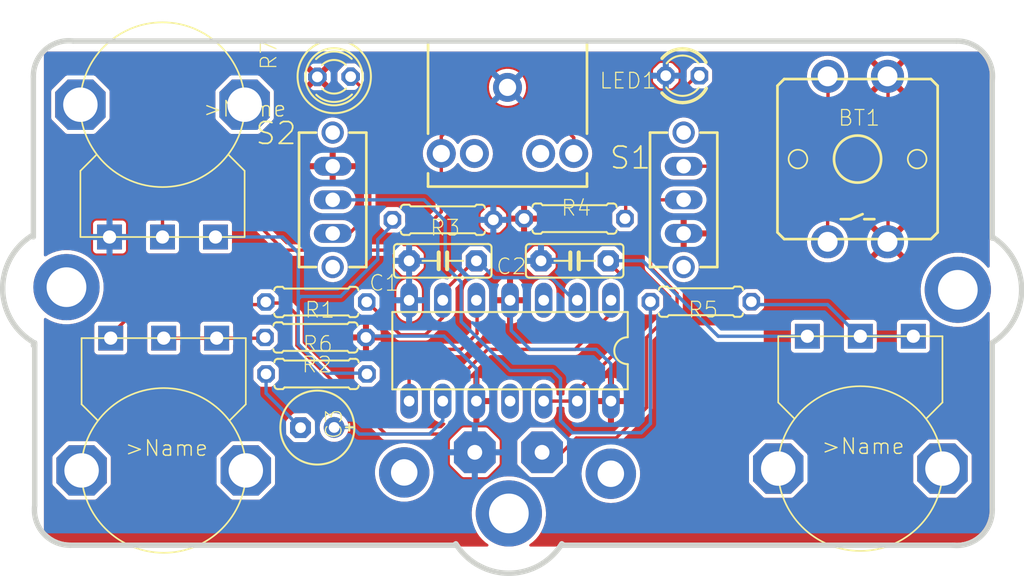
<source format=kicad_pcb>
(kicad_pcb (version 20211014) (generator pcbnew)

  (general
    (thickness 1.6)
  )

  (paper "A4")
  (layers
    (0 "F.Cu" signal)
    (31 "B.Cu" signal)
    (32 "B.Adhes" user "B.Adhesive")
    (33 "F.Adhes" user "F.Adhesive")
    (34 "B.Paste" user)
    (35 "F.Paste" user)
    (36 "B.SilkS" user "B.Silkscreen")
    (37 "F.SilkS" user "F.Silkscreen")
    (38 "B.Mask" user)
    (39 "F.Mask" user)
    (40 "Dwgs.User" user "User.Drawings")
    (41 "Cmts.User" user "User.Comments")
    (42 "Eco1.User" user "User.Eco1")
    (43 "Eco2.User" user "User.Eco2")
    (44 "Edge.Cuts" user)
    (45 "Margin" user)
    (46 "B.CrtYd" user "B.Courtyard")
    (47 "F.CrtYd" user "F.Courtyard")
    (48 "B.Fab" user)
    (49 "F.Fab" user)
    (50 "User.1" user)
    (51 "User.2" user)
    (52 "User.3" user)
    (53 "User.4" user)
    (54 "User.5" user)
    (55 "User.6" user)
    (56 "User.7" user)
    (57 "User.8" user)
    (58 "User.9" user)
  )

  (setup
    (pad_to_mask_clearance 0)
    (pcbplotparams
      (layerselection 0x00010fc_ffffffff)
      (disableapertmacros false)
      (usegerberextensions false)
      (usegerberattributes true)
      (usegerberadvancedattributes true)
      (creategerberjobfile true)
      (svguseinch false)
      (svgprecision 6)
      (excludeedgelayer true)
      (plotframeref false)
      (viasonmask false)
      (mode 1)
      (useauxorigin false)
      (hpglpennumber 1)
      (hpglpenspeed 20)
      (hpglpendiameter 15.000000)
      (dxfpolygonmode true)
      (dxfimperialunits true)
      (dxfusepcbnewfont true)
      (psnegative false)
      (psa4output false)
      (plotreference true)
      (plotvalue true)
      (plotinvisibletext false)
      (sketchpadsonfab false)
      (subtractmaskfromsilk false)
      (outputformat 1)
      (mirror false)
      (drillshape 1)
      (scaleselection 1)
      (outputdirectory "")
    )
  )

  (net 0 "")
  (net 1 "Net-(BT1-Pad1)")
  (net 2 "Net-(C1-Pad2)")
  (net 3 "GND")
  (net 4 "VCC")
  (net 5 "Net-(C2-Pad1)")
  (net 6 "Net-(C3-Pad+)")
  (net 7 "Net-(C3-Pad-)")
  (net 8 "Net-(IC1-Pad1)")
  (net 9 "unconnected-(IC1-Pad3)")
  (net 10 "/TRIG")
  (net 11 "unconnected-(IC1-Pad11)")
  (net 12 "Net-(LED1-PadA)")
  (net 13 "Net-(POT1-PadP$1)")
  (net 14 "Net-(POT2-PadP$1)")
  (net 15 "Net-(3.5MM1-Pad2)")
  (net 16 "Net-(POT3-PadP$3)")
  (net 17 "N$5")
  (net 18 "N$11")
  (net 19 "Net-(R5-Pad1)")
  (net 20 "Net-(R7-PadA)")
  (net 21 "Net-(9V_BATTERY1-Pad+)")

  (footprint "TL3XYO" (layer "F.Cu") (at 134.9511 96.905338 90))

  (footprint "0207_7" (layer "F.Cu") (at 162.7511 104.605338))

  (footprint "0207_7" (layer "F.Cu") (at 153.2111 98.325338 180))

  (footprint "C5B2.5" (layer "F.Cu") (at 153.2211 101.515338 180))

  (footprint "AB9V" (layer "F.Cu") (at 148.2211 115.985338 -90))

  (footprint "ALPS_POT" (layer "F.Cu") (at 122.1911 118.355338 90))

  (footprint "E2,5-6E" (layer "F.Cu") (at 133.7911 114.115338 -179.6))

  (footprint "TL3XYO" (layer "F.Cu") (at 161.4511 96.905338 -90))

  (footprint "DIL14" (layer "F.Cu") (at 148.3411 108.305338 180))

  (footprint "BPX65" (layer "F.Cu") (at 135.0511 87.605338 135.4))

  (footprint "0207_7" (layer "F.Cu") (at 133.7111 104.625338))

  (footprint "C5B2.5" (layer "F.Cu") (at 143.2611 101.515338))

  (footprint "0207_7" (layer "F.Cu") (at 133.7311 110.065338 180))

  (footprint "LED3MM" (layer "F.Cu") (at 161.3711 87.525338 180))

  (footprint "ALPS_POT" (layer "F.Cu") (at 174.7911 118.215338 90))

  (footprint "TACTILE-PTH" (layer "F.Cu") (at 174.5811 93.825338 90))

  (footprint "ALPS_POT" (layer "F.Cu") (at 122.1011 88.715338 -90))

  (footprint "0207_7" (layer "F.Cu") (at 133.6511 107.305338))

  (footprint "0207_7" (layer "F.Cu") (at 143.2711 98.415338))

  (footprint "AUDIO-JACK" (layer "F.Cu") (at 148.1511 88.405338 -90))

  (gr_line (start 112.3511 87.605338) (end 112.3511 99.705338) (layer "Edge.Cuts") (width 0.4064) (tstamp 281d3460-a3d0-49fa-a5d6-384a70df66ae))
  (gr_line (start 184.7511 107.705338) (end 184.7511 120.305338) (layer "Edge.Cuts") (width 0.4064) (tstamp 3616f7ef-d472-4f49-96ff-dd75703363b7))
  (gr_line (start 182.0511 84.905338) (end 115.3511 84.905338) (layer "Edge.Cuts") (width 0.4064) (tstamp 507e6ebc-ff9f-45be-b5d0-a7a6e79cf9dd))
  (gr_arc (start 184.7511 99.705338) (mid 186.968091 103.705338) (end 184.7511 107.705338) (layer "Edge.Cuts") (width 0.4064) (tstamp 568462b6-5cab-44ed-8019-3e8d52bca3e0))
  (gr_line (start 144.2511 123.005338) (end 115.1511 123.005338) (layer "Edge.Cuts") (width 0.4064) (tstamp 571f25d6-44fe-4e1c-b6a6-2dc1304ee03e))
  (gr_arc (start 152.251099 122.905339) (mid 148.251099 125.122329) (end 144.2511 122.905338) (layer "Edge.Cuts") (width 0.4064) (tstamp 578a8fd8-3822-4514-9f17-0ecc39f90220))
  (gr_line (start 184.7511 99.805338) (end 184.7511 87.905338) (layer "Edge.Cuts") (width 0.4064) (tstamp 6ae0e470-8560-4082-9bf0-122111dbc939))
  (gr_line (start 112.4511 107.905338) (end 112.4511 120.005338) (layer "Edge.Cuts") (width 0.4064) (tstamp 7472072b-6631-4fef-a94e-557603e9fe98))
  (gr_line (start 152.2511 123.005338) (end 181.7511 123.005338) (layer "Edge.Cuts") (width 0.4064) (tstamp 8ef71d37-8e58-4b18-8897-8b3e23a8da67))
  (gr_line (start 112.3511 107.905338) (end 112.4511 107.905338) (layer "Edge.Cuts") (width 0.4064) (tstamp 90eace3d-be25-4f87-8ba2-deac9c695c9f))
  (gr_arc (start 182.0511 84.905338) (mid 184.086043 85.788889) (end 184.7511 87.905338) (layer "Edge.Cuts") (width 0.4064) (tstamp 984eb39d-10c0-4e78-ac6c-59946801ec33))
  (gr_arc (start 115.1511 123.005338) (mid 113.116157 122.121788) (end 112.4511 120.00534) (layer "Edge.Cuts") (width 0.4064) (tstamp 9d94af19-c0c5-40aa-b2c2-26e02ddc172f))
  (gr_arc (start 112.251099 107.605337) (mid 110.034109 103.605337) (end 112.2511 99.605338) (layer "Edge.Cuts") (width 0.4064) (tstamp a2ade3e6-139c-450b-a059-83bbd626bdd8))
  (gr_arc (start 184.7511 120.305338) (mid 183.86755 122.340282) (end 181.751101 123.005339) (layer "Edge.Cuts") (width 0.4064) (tstamp ad3af092-036b-4b1a-836c-9f6cd177e67f))
  (gr_arc (start 112.3511 87.605338) (mid 113.234651 85.570395) (end 115.351099 84.905339) (layer "Edge.Cuts") (width 0.4064) (tstamp c4dc50b6-1411-4ed6-a8b5-a80983b62b13))
  (gr_line (start 112.4511 107.905338) (end 112.4511 107.705338) (layer "Edge.Cuts") (width 0.4064) (tstamp c4fc32bb-9289-4a94-829f-a8a9c6a66917))
  (gr_text "APC" (at 160.3511 110.905338) (layer "F.Cu") (tstamp 00e2536d-703d-45b2-9c9e-2669d8f8e2b6)
    (effects (font (size 2.2352 2.2352) (thickness 0.3048)) (justify left bottom))
  )
  (gr_text "rev1.0" (at 162.1511 112.805338) (layer "F.Cu") (tstamp a5ac9931-ebed-4eb6-b453-05b95fc84d04)
    (effects (font (size 0.88 0.88) (thickness 0.12)) (justify left bottom))
  )
  (gr_text "pixelkit.ru" (at 157.5511 121.305338) (layer "F.Cu") (tstamp f486fef0-a8ae-4a46-b115-bf911d8400ec)
    (effects (font (size 1.1176 1.1176) (thickness 0.1524)) (justify left bottom))
  )

  (via (at 140.3511 117.505338) (size 3.81) (drill 2) (layers "F.Cu" "B.Cu") (net 0) (tstamp 196a2a51-9e74-4977-8405-fcffee4333a7))
  (via (at 114.8511 103.505338) (size 5) (drill 3) (layers "F.Cu" "B.Cu") (net 0) (tstamp 24e155c5-246f-46ca-987c-c5ea12c780cc))
  (via (at 148.2511 120.605338) (size 5) (drill 3) (layers "F.Cu" "B.Cu") (net 0) (tstamp 754d63d1-8832-41e6-8e7e-2c4a9bc05734))
  (via (at 155.9511 117.605338) (size 3.81) (drill 2) (layers "F.Cu" "B.Cu") (net 0) (tstamp 83a36096-3a96-4cd5-805f-4a9d87771b50))
  (via (at 182.1511 103.705338) (size 5) (drill 3) (layers "F.Cu" "B.Cu") (net 0) (tstamp f87be3f7-8e71-42da-a332-1520de5156d3))
  (segment (start 161.4511 94.365338) (end 171.8911 94.365338) (width 0.254) (layer "F.Cu") (net 1) (tstamp 0cf204e7-0634-4a08-a1fc-76b221321a98))
  (segment (start 172.3511 87.604738) (end 172.3205 87.574138) (width 0.254) (layer "F.Cu") (net 1) (tstamp 7f2e8704-f284-4388-8b16-a68375db4d49))
  (segment (start 172.3205 94.794738) (end 172.3205 100.076538) (width 0.254) (layer "F.Cu") (net 1) (tstamp 92843b33-db0b-4580-8209-1449358641c0))
  (segment (start 171.8911 94.365338) (end 172.3511 93.905338) (width 0.254) (layer "F.Cu") (net 1) (tstamp b3f86982-8fb1-4f8f-8517-a3f0b29224e7))
  (segment (start 171.8911 94.365338) (end 172.3205 94.794738) (width 0.254) (layer "F.Cu") (net 1) (tstamp b825a7bd-1612-429d-b9c6-56dbcf08be35))
  (segment (start 172.3511 93.905338) (end 172.3511 87.604738) (width 0.254) (layer "F.Cu") (net 1) (tstamp d5dea360-d464-4b89-b182-e8c312f9ea5c))
  (segment (start 143.2611 103.901338) (end 145.6411 101.521338) (width 0.254) (layer "F.Cu") (net 2) (tstamp 0eb54a51-789e-4ee9-8ab6-05a9301ebf67))
  (segment (start 143.2511 105.805338) (end 143.2511 104.505338) (width 0.254) (layer "F.Cu") (net 2) (tstamp 45088340-db3f-458e-a883-1c900a8bbbdd))
  (segment (start 145.6411 101.521338) (end 145.8011 101.515338) (width 0.254) (layer "F.Cu") (net 2) (tstamp 74807008-a923-462f-88e3-ca50d9382f1e))
  (segment (start 141.9511 107.105338) (end 143.2511 105.805338) (width 0.254) (layer "F.Cu") (net 2) (tstamp 9af14331-419a-449b-b201-8801005b33dc))
  (segment (start 137.5711 104.625338) (end 140.0511 107.105338) (width 0.254) (layer "F.Cu") (net 2) (tstamp b138207c-df79-4e5b-8419-639fa2563b2d))
  (segment (start 137.5211 104.625338) (end 137.5711 104.625338) (width 0.254) (layer "F.Cu") (net 2) (tstamp b61983cc-e5db-48f8-99aa-377c8a482d2f))
  (segment (start 143.2511 104.505338) (end 143.2611 104.495338) (width 0.254) (layer "F.Cu") (net 2) (tstamp d9fee9e7-52a8-4f31-b0ea-6edd1508f375))
  (segment (start 140.0511 107.105338) (end 141.9511 107.105338) (width 0.254) (layer "F.Cu") (net 2) (tstamp db57d851-9b01-4f10-b6fb-f7ed762a8a53))
  (segment (start 143.2611 104.495338) (end 143.2611 103.901338) (width 0.254) (layer "F.Cu") (net 2) (tstamp dd2edee4-69ca-45dc-af67-d2df775dd722))
  (segment (start 151.4831 102.791338) (end 153.0071 104.315338) (width 0.254) (layer "B.Cu") (net 2) (tstamp 252e9796-86ab-48c4-a58b-3cecf304fca8))
  (segment (start 153.2611 104.315338) (end 153.4211 104.495338) (width 0.254) (layer "B.Cu") (net 2) (tstamp 3deacdd0-e4f4-47e1-9683-79f229449477))
  (segment (start 147.1651 102.791338) (end 151.4831 102.791338) (width 0.254) (layer "B.Cu") (net 2) (tstamp 50b4f897-8d72-4298-b2e3-14110e175429))
  (segment (start 145.8011 101.515338) (end 145.8951 101.521338) (width 0.254) (layer "B.Cu") (net 2) (tstamp 63075e1c-2132-49dc-81ad-2606ff72ac69))
  (segment (start 153.0071 104.315338) (end 153.2611 104.315338) (width 0.254) (layer "B.Cu") (net 2) (tstamp af13a03c-547d-4cb2-8e9a-b43debcaa22e))
  (segment (start 145.8951 101.521338) (end 147.1651 102.791338) (width 0.254) (layer "B.Cu") (net 2) (tstamp ecc1bd22-c595-4394-849b-0a85be538485))
  (segment (start 176.8417 100.076538) (end 176.8831 99.997338) (width 0.254) (layer "F.Cu") (net 4) (tstamp 5012f8b7-eb6f-4ac5-be2f-011eede4305d))
  (segment (start 176.8831 87.805338) (end 176.8417 87.574138) (width 0.254) (layer "F.Cu") (net 4) (tstamp 5c3db6e4-5acf-4e4c-a42a-feb01364cbc9))
  (segment (start 176.8831 99.997338) (end 176.8831 87.805338) (width 0.254) (layer "F.Cu") (net 4) (tstamp 9a5bc8c8-7092-43f4-b0dd-36f3b9ee24cf))
  (segment (start 145.8011 112.115338) (end 145.8951 111.935338) (width 0.254) (layer "F.Cu") (net 4) (tstamp a42b1cf3-3a02-4149-9a69-7d7cfc3a1dd5))
  (segment (start 156.0511 112.105338) (end 155.9711 112.105338) (width 0.254) (layer "B.Cu") (net 4) (tstamp 06957e11-6ac1-4d84-980e-7d5b6fde03be))
  (segment (start 155.9511 109.305338) (end 155.9511 112.005338) (width 0.254) (layer "B.Cu") (net 4) (tstamp 234c031e-9039-44d1-8bc2-35f64e36af31))
  (segment (start 155.9511 112.005338) (end 156.0511 112.105338) (width 0.254) (layer "B.Cu") (net 4) (tstamp 2548393c-f126-40a7-a479-54c274def1be))
  (segment (start 149.8511 108.205338) (end 154.8511 108.205338) (width 0.254) (layer "B.Cu") (net 4) (tstamp 27a87ad9-c6e3-4cea-b955-61f84ff9dca2))
  (segment (start 137.6511 107.205338) (end 137.5511 107.305338) (width 0.254) (layer "B.Cu") (net 4) (tstamp 33503d5b-7d17-48e4-90ba-199641d62704))
  (segment (start 143.3511 107.205338) (end 145.8011 109.655338) (width 0.254) (layer "B.Cu") (net 4) (tstamp 3ea24b1b-bc3c-489b-adf9-31da15aea2fe))
  (segment (start 154.8511 108.205338) (end 155.9511 109.305338) (width 0.254) (layer "B.Cu") (net 4) (tstamp 543f6013-0f71-4211-bd25-5c3a844ad6b7))
  (segment (start 149.8511 108.205338) (end 148.4351 106.789338) (width 0.254) (layer "B.Cu") (net 4) (tstamp 5ec6571f-bb5d-4d2b-a6b3-8a6c60d2bed9))
  (segment (start 155.9711 112.105338) (end 155.9611 112.115338) (width 0.254) (layer "B.Cu") (net 4) (tstamp 87c81329-b26e-4fb1-a056-a40ca1696867))
  (segment (start 137.6511 107.205338) (end 143.3511 107.205338) (width 0.254) (layer "B.Cu") (net 4) (tstamp a466b5f4-53f2-4e6a-aa5b-5fbb5019b8fb))
  (segment (start 145.8011 109.655338) (end 145.8011 112.115338) (width 0.254) (layer "B.Cu") (net 4) (tstamp cedc36e6-84cd-4abe-ba92-ebbfa3eb0aa4))
  (segment (start 148.4351 106.789338) (end 148.4351 104.569338) (width 0.254) (layer "B.Cu") (net 4) (tstamp f5fbe0f1-0921-4a12-9922-001e0c8e6b72))
  (segment (start 150.8811 112.115338) (end 153.4211 112.115338) (width 0.254) (layer "F.Cu") (net 5) (tstamp 2cc84351-8dd2-4c81-89ac-b0005da97201))
  (segment (start 155.8011 101.655338) (end 155.8011 101.521338) (width 0.254) (layer "F.Cu") (net 5) (tstamp 3c6e5198-7e77-4dd8-bdf1-5f48b1e682b9))
  (segment (start 153.4511 111.305338) (end 157.5511 107.205338) (width 0.254) (layer "F.Cu") (net 5) (tstamp 669400f0-f4c7-4282-87ff-fe27b5f96c85))
  (segment (start 157.5511 107.205338) (end 157.5511 103.405338) (width 0.254) (layer "F.Cu") (net 5) (tstamp 6cba5727-82d3-4f0b-a156-68dfc32572ed))
  (segment (start 153.4511 112.085338) (end 153.4511 111.305338) (width 0.254) (layer "F.Cu") (net 5) (tstamp 97cb61a0-43eb-421d-b515-77233bd690fb))
  (segment (start 153.4211 112.115338) (end 153.4511 112.085338) (width 0.254) (layer "F.Cu") (net 5) (tstamp f49a9459-6dee-4eff-b6aa-0e7e97972da1))
  (segment (start 157.5511 103.405338) (end 155.8011 101.655338) (width 0.254) (layer "F.Cu") (net 5) (tstamp fde3a786-884f-459d-88c2-1a8f3a2bbe18))
  (segment (start 155.7711 101.505338) (end 158.3511 101.505338) (width 0.254) (layer "B.Cu") (net 5) (tstamp 092dff73-ada2-427b-b71b-3f3266277c13))
  (segment (start 158.3511 101.505338) (end 164.0611 107.215338) (width 0.254) (layer "B.Cu") (net 5) (tstamp 1a05bd2e-2357-4fd5-8129-f8dc7dd02ae9))
  (segment (start 164.0611 107.215338) (end 170.7911 107.215338) (width 0.254) (layer "B.Cu") (net 5) (tstamp 4c73ec67-3138-4de9-81a7-fd13fe608f04))
  (segment (start 155.7611 101.515338) (end 155.7711 101.505338) (width 0.254) (layer "B.Cu") (net 5) (tstamp 7655541e-3c6f-4837-8d44-40d91f4ddf14))
  (segment (start 136.9511 114.605338) (end 142.2511 114.605338) (width 0.254) (layer "B.Cu") (net 6) (tstamp 10057c75-f905-4a2f-ba0a-c0b9bb60108b))
  (segment (start 135.061068 114.106473) (end 135.0622 114.105338) (width 0.254) (layer "B.Cu") (net 6) (tstamp 839c6f14-ba36-494b-a849-4ae84f25b9a6))
  (segment (start 143.2611 113.595338) (end 143.2611 112.115338) (width 0.254) (layer "B.Cu") (net 6) (tstamp b35da94e-6939-4b0e-bbf6-9122ab9bbc29))
  (segment (start 135.0622 114.105338) (end 136.4511 114.105338) (width 0.254) (layer "B.Cu") (net 6) (tstamp bacf4cb8-3bee-4bc8-ad11-a6390fbd1b92))
  (segment (start 136.4511 114.105338) (end 136.9511 114.605338) (width 0.254) (layer "B.Cu") (net 6) (tstamp d41acfe6-0f5d-460f-8dd8-e35ed58732c1))
  (segment (start 142.2511 114.605338) (end 143.2611 113.595338) (width 0.254) (layer "B.Cu") (net 6) (tstamp e3e2f1ef-34fc-4869-a974-d29586cf3513))
  (segment (start 129.9211 111.524238) (end 129.9211 110.065338) (width 0.254) (layer "B.Cu") (net 7) (tstamp 4abf5a07-be5d-4af0-8613-86940a0c09a7))
  (segment (start 132.521128 114.124207) (end 129.9211 111.524238) (width 0.254) (layer "B.Cu") (net 7) (tstamp c681e736-e235-47cf-b698-107842526b4a))
  (segment (start 129.9811 104.735338) (end 129.9811 104.705338) (width 0.254) (layer "F.Cu") (net 8) (tstamp 1104d01b-562a-4a13-8be2-65737a5823f9))
  (segment (start 118.1911 107.355338) (end 118.2091 107.109338) (width 0.254) (layer "F.Cu") (net 8) (tstamp 13277d09-dfa7-42b9-b682-3d3207cf7b03))
  (segment (start 144.6511 113.305338) (end 144.6511 110.205338) (width 0.254) (layer "F.Cu") (net 8) (tstamp 26c4d1b1-7add-42b8-8c91-4c0e57118dbc))
  (segment (start 153.2511 108.205338) (end 155.9611 105.495338) (width 0.254) (layer "F.Cu") (net 8) (tstamp 2b62ba45-139a-462f-9c7c-9632c6680761))
  (segment (start 146.6511 108.205338) (end 153.2511 108.205338) (width 0.254) (layer "F.Cu") (net 8) (tstamp 4ed9812b-0ef9-4a7b-ab9f-1f1d0dbf276e))
  (segment (start 144.6511 110.205338) (end 146.6511 108.205338) (width 0.254) (layer "F.Cu") (net 8) (tstamp 54d72567-8253-46b9-827f-adf629d2356c))
  (segment (start 120.4951 104.823338) (end 129.8931 104.823338) (width 0.254) (layer "F.Cu") (net 8) (tstamp 6a27d035-2bb6-4f24-a6d4-b77d884912ec))
  (segment (start 143.3511 114.605338) (end 144.6511 113.305338) (width 0.254) (layer "F.Cu") (net 8) (tstamp 6fdc2176-9da8-4d76-8ad6-4f1b5ab8a13a))
  (segment (start 138.9511 114.605338) (end 143.3511 114.605338) (width 0.254) (layer "F.Cu") (net 8) (tstamp 7dc5e68d-6582-4f0b-9b5d-6424ad48d178))
  (segment (start 129.8931 104.823338) (end 129.9811 104.735338) (width 0.254) (layer "F.Cu") (net 8) (tstamp 7df34985-6bbc-48aa-a893-159555668710))
  (segment (start 129.9811 104.705338) (end 131.3511 104.705338) (width 0.254) (layer "F.Cu") (net 8) (tstamp 923dceea-e06a-4be2-b588-1de7950ceaa2))
  (segment (start 132.2511 107.905338) (end 138.9511 114.605338) (width 0.254) (layer "F.Cu") (net 8) (tstamp bd486413-8e80-4f81-b106-882ae22b009a))
  (segment (start 129.9811 104.705338) (end 129.9011 104.625338) (width 0.254) (layer "F.Cu") (net 8) (tstamp c83b891c-36f4-4a5b-8e81-0a69450d4cd0))
  (segment (start 132.2511 105.605338) (end 132.2511 107.905338) (width 0.254) (layer "F.Cu") (net 8) (tstamp cc6a6f8e-20c4-4f06-bb8b-c051daaa14c6))
  (segment (start 131.3511 104.705338) (end 132.2511 105.605338) (width 0.254) (layer "F.Cu") (net 8) (tstamp e88261ec-0946-476a-a41f-1ac84db4b20b))
  (segment (start 118.2091 107.109338) (end 120.4951 104.823338) (width 0.254) (layer "F.Cu") (net 8) (tstamp e90ad17f-7a98-4e22-9d2b-fe698e91ddde))
  (segment (start 155.9611 105.495338) (end 155.9611 104.495338) (width 0.254) (layer "F.Cu") (net 8) (tstamp ec7c37ad-df0b-4cf5-8418-27a32c7f16dd))
  (segment (start 145.8511 107.005338) (end 145.8511 104.545338) (width 0.254) (layer "F.Cu") (net 10) (tstamp 298248a3-9a1f-406a-8afd-84b789717209))
  (segment (start 144.6511 108.205338) (end 145.8511 107.005338) (width 0.254) (layer "F.Cu") (net 10) (tstamp 433820d9-b6d9-4fc5-8ed7-15c0b6c81883))
  (segment (start 140.7211 110.335338) (end 142.8511 108.205338) (width 0.254) (layer "F.Cu") (net 10) (tstamp 4557905c-6bd0-469c-b014-68c6e8534353))
  (segment (start 140.7211 112.115338) (end 140.7211 110.335338) (width 0.254) (layer "F.Cu") (net 10) (tstamp 54187d30-8594-4013-9e23-2bdd4c05d4e2))
  (segment (start 142.8511 108.205338) (end 144.6511 108.205338) (width 0.254) (layer "F.Cu") (net 10) (tstamp ac00dd48-7e48-4e65-8340-acbfff6a2eb4))
  (segment (start 145.8511 104.545338) (end 145.8011 104.495338) (width 0.254) (layer "F.Cu") (net 10) (tstamp d70a3a78-9a67-4e72-82f4-c8cd2d498e08))
  (segment (start 157.0711 92.885338) (end 162.4051 87.551338) (width 0.254) (layer "F.Cu") (net 12) (tstamp 004f9f7a-f678-4fc1-88f9-83f72bcbc132))
  (segment (start 157.0711 98.219338) (end 157.0711 92.885338) (width 0.254) (layer "F.Cu") (net 12) (tstamp 7212e732-27fa-4b4e-bb48-1810b76521b8))
  (segment (start 162.4051 87.551338) (end 162.6411 87.525338) (width 0.254) (layer "F.Cu") (net 12) (tstamp 7de49d6f-d42b-4b44-b430-45667026221e))
  (segment (start 157.0211 98.325338) (end 157.0711 98.219338) (width 0.254) (layer "F.Cu") (net 12) (tstamp f12d89a6-6f02-4ecc-8b23-037c6427660b))
  (segment (start 126.1911 107.355338) (end 126.3371 107.363338) (width 0.254) (layer "F.Cu") (net 13) (tstamp 1bdd8a36-c64b-4c7c-abda-5460a40b72e2))
  (segment (start 122.1911 107.355338) (end 122.2731 107.363338) (width 0.254) (layer "F.Cu") (net 13) (tstamp 700a10ce-57c8-43c8-b92f-88640210f4ae))
  (segment (start 126.0831 107.363338) (end 126.1911 107.355338) (width 0.254) (layer "F.Cu") (net 13) (tstamp 7abc45f3-b977-4bba-a1c8-a5eb065dc994))
  (segment (start 129.6391 107.363338) (end 129.8411 107.305338) (width 0.254) (layer "F.Cu") (net 13) (tstamp bb1d04b9-8ab4-4c47-9961-bb3c72a3ae11))
  (segment (start 122.2731 107.363338) (end 126.0831 107.363338) (width 0.254) (layer "F.Cu") (net 13) (tstamp c89c882f-d576-469a-bdf2-1b5bafaf67e5))
  (segment (start 126.3371 107.363338) (end 129.6391 107.363338) (width 0.254) (layer "F.Cu") (net 13) (tstamp f5e0bfa0-c575-41b3-b3a7-cb8ee07a321b))
  (segment (start 172.3111 104.823338) (end 174.5971 107.109338) (width 0.254) (layer "B.Cu") (net 14) (tstamp 08f95b27-3982-43ba-b262-51bc28c218f6))
  (segment (start 166.7231 104.823338) (end 172.3111 104.823338) (width 0.254) (layer "B.Cu") (net 14) (tstamp 0c222a0b-7743-4ee8-a4e2-c7fa02535a0a))
  (segment (start 174.5971 107.109338) (end 174.7911 107.215338) (width 0.254) (layer "B.Cu") (net 14) (tstamp 4ef69f2d-cb3f-4adb-bcdb-011b14cff451))
  (segment (start 166.5611 104.605338) (end 166.7231 104.823338) (width 0.254) (layer "B.Cu") (net 14) (tstamp c7f91c2c-e39f-4843-9a45-66311872e3c0))
  (segment (start 174.7911 107.215338) (end 178.7911 107.215338) (width 0.254) (layer "B.Cu") (net 14) (tstamp f9189ab7-f7a5-40c5-8ce8-28583087ccde))
  (segment (start 138.3511 99.905338) (end 139.4611 98.795338) (width 0.254) (layer "B.Cu") (net 16) (tstamp 0d1646d3-8c5c-4715-9e1e-97e8cea71e43))
  (segment (start 132.3511 107.805338) (end 134.5511 110.005338) (width 0.254) (layer "B.Cu") (net 16) (tstamp 1e6e8ace-9a07-4c51-9959-469373d32847))
  (segment (start 132.3511 104.405338) (end 132.5511 104.205338) (width 0.254) (layer "B.Cu") (net 16) (tstamp 1f49245c-3bda-4748-8dc0-a10487902dbb))
  (segment (start 126.1011 99.715338) (end 131.1611 99.715338) (width 0.254) (layer "B.Cu") (net 16) (tstamp 2fe2c2b3-ef70-4d8f-9d56-026c0d7f8691))
  (segment (start 138.3511 101.405338) (end 138.3511 99.905338) (width 0.254) (layer "B.Cu") (net 16) (tstamp 5b16c93e-979e-461d-95e9-11d2f48690d5))
  (segment (start 132.3511 104.405338) (end 132.3511 107.805338) (width 0.254) (layer "B.Cu") (net 16) (tstamp 6429263c-ff51-438f-9ce8-eee8fab73206))
  (segment (start 134.5511 110.005338) (end 137.4811 110.005338) (width 0.254) (layer "B.Cu") (net 16) (tstamp 877d9069-34f1-4943-b736-2ea5616c5321))
  (segment (start 132.3511 100.905338) (end 132.3511 104.405338) (width 0.254) (layer "B.Cu") (net 16) (tstamp 972de8d1-e59a-4860-9e95-d4b1d7f4675c))
  (segment (start 135.5511 104.205338) (end 138.3511 101.405338) (width 0.254) (layer "B.Cu") (net 16) (tstamp bac2ce17-b8f0-445a-9a25-e6a1c4acf332))
  (segment (start 137.4811 110.005338) (end 137.5411 110.065338) (width 0.254) (layer "B.Cu") (net 16) (tstamp d54d0719-c970-4822-8262-96b4a6701b2a))
  (segment (start 132.5511 104.205338) (end 135.5511 104.205338) (width 0.254) (layer "B.Cu") (net 16) (tstamp d755180c-51d5-4f7f-80e1-18cfc4f2dc7c))
  (segment (start 139.4611 98.795338) (end 139.4611 98.415338) (width 0.254) (layer "B.Cu") (net 16) (tstamp e3e0ccba-49c2-4b1f-ba67-5cc131c30b40))
  (segment (start 131.1611 99.715338) (end 132.3511 100.905338) (width 0.254) (layer "B.Cu") (net 16) (tstamp fb592d11-f859-45a1-b5c0-bb03e0abd0ae))
  (segment (start 153.1511 92.205338) (end 153.1511 93.405338) (width 0.254) (layer "F.Cu") (net 17) (tstamp 17dfa43c-ad11-4264-997d-fb18344b4d2e))
  (segment (start 143.1511 92.105338) (end 143.9511 91.305338) (width 0.254) (layer "F.Cu") (net 17) (tstamp 2e734dde-84d7-4d52-b3a1-ac3382cd1b70))
  (segment (start 141.1511 98.705338) (end 142.2511 98.705338) (width 0.254) (layer "F.Cu") (net 17) (tstamp 3263d79c-5377-414c-86e9-036ea845215a))
  (segment (start 128.0511 97.505338) (end 131.2511 100.705338) (width 0.254) (layer "F.Cu") (net 17) (tstamp 4a4476d9-6927-4607-84b0-03e3602b2f17))
  (segment (start 143.9511 91.305338) (end 152.2511 91.305338) (width 0.254) (layer "F.Cu") (net 17) (tstamp 5d1a6bef-28ce-4130-bb3e-ef0b83092482))
  (segment (start 122.1011 99.715338) (end 122.1011 98.355338) (width 0.254) (layer "F.Cu") (net 17) (tstamp 6ac223f2-d3ce-4935-95cb-72a11b3f50a0))
  (segment (start 142.2511 98.705338) (end 143.1511 97.805338) (width 0.254) (layer "F.Cu") (net 17) (tstamp 8b7d2461-4ec9-4ed0-8632-6712913f6e5d))
  (segment (start 139.1511 100.705338) (end 141.1511 98.705338) (width 0.254) (layer "F.Cu") (net 17) (tstamp 9bec6e77-1fda-422f-9a74-bb0b8119073c))
  (segment (start 143.1511 97.805338) (end 143.1511 93.405338) (width 0.254) (layer "F.Cu") (net 17) (tstamp a7d7b677-26f5-43d2-9fb6-ace3d33d34f4))
  (segment (start 131.2511 100.705338) (end 139.1511 100.705338) (width 0.254) (layer "F.Cu") (net 17) (tstamp b45e10a6-262c-4d90-9057-eb21d0150093))
  (segment (start 122.9511 97.505338) (end 128.0511 97.505338) (width 0.254) (layer "F.Cu") (net 17) (tstamp b8a809b1-6328-400a-9baa-8af826fe2f2a))
  (segment (start 122.1011 98.355338) (end 122.9511 97.505338) (width 0.254) (layer "F.Cu") (net 17) (tstamp badd3d25-d1c4-49eb-9f6c-d7767014ac7b))
  (segment (start 143.1511 93.405338) (end 143.1511 92.105338) (width 0.254) (layer "F.Cu") (net 17) (tstamp c8efa8f7-d681-40d6-bb5e-1fd313272cfb))
  (segment (start 152.2511 91.305338) (end 153.1511 92.205338) (width 0.254) (layer "F.Cu") (net 17) (tstamp e6da1d15-a5cb-4a72-968f-6e07e4cddd41))
  (segment (start 160.9511 104.005338) (end 158.9511 102.005338) (width 0.254) (layer "F.Cu") (net 18) (tstamp 0b671db2-ecaf-452e-b77d-2b85dd5d89fc))
  (segment (start 150.7611 115.985338) (end 152.2711 115.985338) (width 0.254) (layer "F.Cu") (net 18) (tstamp 1ba96c73-9411-4156-9286-05d9f4f895ec))
  (segment (start 158.9511 97.305338) (end 159.3511 96.905338) (width 0.254) (layer "F.Cu") (net 18) (tstamp 21bd6073-d283-4239-a945-cb9c1901fa8b))
  (segment (start 156.3511 114.905338) (end 158.6511 112.605338) (width 0.254) (layer "F.Cu") (net 18) (tstamp 33cff1e2-bd41-49fb-bdc7-d74ee75cbfab))
  (segment (start 153.3511 114.905338) (end 156.3511 114.905338) (width 0.254) (layer "F.Cu") (net 18) (tstamp 3da97f11-f6dd-47cb-9dd5-cf7757082ae2))
  (segment (start 158.6511 107.305338) (end 160.9511 105.005338) (width 0.254) (layer "F.Cu") (net 18) (tstamp 40d5e307-8a99-4d4c-b649-64bb1dd0683d))
  (segment (start 158.6511 112.605338) (end 158.6511 107.305338) (width 0.254) (layer "F.Cu") (net 18) (tstamp 52b678e8-c6ef-4746-b937-4e24485791fe))
  (segment (start 158.9511 102.005338) (end 158.9511 97.305338) (width 0.254) (layer "F.Cu") (net 18) (tstamp 6ad338ca-9ede-435a-8778-3e897390f7cb))
  (segment (start 160.9511 105.005338) (end 160.9511 104.005338) (width 0.254) (layer "F.Cu") (net 18) (tstamp 7d8a012b-7377-4c05-a6b4-437da13f6015))
  (segment (start 152.2711 115.985338) (end 153.3511 114.905338) (width 0.254) (layer "F.Cu") (net 18) (tstamp be7d50cd-37dc-46cb-afb3-06b88a29b0fc))
  (segment (start 159.3511 96.905338) (end 161.4511 96.905338) (width 0.254) (layer "F.Cu") (net 18) (tstamp d66ff189-9fab-4fd3-b267-0a4ef686f729))
  (segment (start 152.1511 110.405338) (end 152.1511 113.605338) (width 0.254) (layer "B.Cu") (net 19) (tstamp 065ab331-6444-409a-836c-5c8543c1a1c0))
  (segment (start 152.1511 113.605338) (end 153.0511 114.505338) (width 0.254) (layer "B.Cu") (net 19) (tstamp 1445bde8-7505-4009-ac01-baea76813e58))
  (segment (start 144.6511 106.105338) (end 148.3511 109.805338) (width 0.254) (layer "B.Cu") (net 19) (tstamp 1659d530-2add-4527-b84c-c1e49483b59f))
  (segment (start 148.3511 109.805338) (end 151.5511 109.805338) (width 0.254) (layer "B.Cu") (net 19) (tstamp 22a9b201-3e9b-4462-be94-f8b23e498d78))
  (segment (start 141.8511 96.905338) (end 143.4511 98.505338) (width 0.254) (layer "B.Cu") (net 19) (tstamp 38399196-6aed-4b4f-9fd0-4697ebf3ebb6))
  (segment (start 151.5511 109.805338) (end 152.1511 110.405338) (width 0.254) (layer "B.Cu") (net 19) (tstamp 4bbc14cf-a931-4b73-a84a-2985cd1cd130))
  (segment (start 134.9511 96.905338) (end 141.8511 96.905338) (width 0.254) (layer "B.Cu") (net 19) (tstamp 4c585e09-ff0c-459b-a9a9-015250a36613))
  (segment (start 143.4511 98.505338) (end 143.4511 101.905338) (width 0.254) (layer "B.Cu") (net 19) (tstamp 50648fb2-9431-4258-95a5-348aaca122f2))
  (segment (start 153.0511 114.505338) (end 158.2511 114.505338) (width 0.254) (layer "B.Cu") (net 19) (tstamp 63aabf3f-78fb-4d06-b198-0e88cfd10554))
  (segment (start 134.9511 96.905338) (end 134.9731 96.949338) (width 0.254) (layer "B.Cu") (net 19) (tstamp 892df847-2ca6-4c6d-8303-b953d2255c45))
  (segment (start 158.9411 113.815338) (end 158.9411 104.605338) (width 0.254) (layer "B.Cu") (net 19) (tstamp ad6064e2-7e6c-4785-91ac-3dd9722fdd3a))
  (segment (start 158.2511 114.505338) (end 158.9411 113.815338) (width 0.254) (layer "B.Cu") (net 19) (tstamp c0b7f4e3-cc45-467e-bf59-832149bb1e47))
  (segment (start 144.6511 103.105338) (end 144.6511 106.105338) (width 0.254) (layer "B.Cu") (net 19) (tstamp cf568438-f542-4f1c-a7c8-a1c65eab47ab))
  (segment (start 143.4511 101.905338) (end 144.6511 103.105338) (width 0.254) (layer "B.Cu") (net 19) (tstamp eb490306-65f0-477d-a711-53d9f2cc81c8))
  (segment (start 137.7511 89.039438) (end 136.308303 87.596563) (width 0.254) (layer "F.Cu") (net 20) (tstamp 1ed40a26-e149-4930-b618-b7a3c56e798a))
  (segment (start 137.7511 97.905338) (end 137.7511 89.039438) (width 0.254) (layer "F.Cu") (net 20) (tstamp 2dd0789e-97ac-48c8-888a-f834b4313a8a))
  (segment (start 136.1671 99.489338) (end 137.7511 97.905338) (width 0.254) (layer "F.Cu") (net 20) (tstamp 47b02bde-cb29-4f97-ac65-51c503abf158))
  (segment (start 134.9511 99.445338) (end 134.9951 99.489338) (width 0.254) (layer "F.Cu") (net 20) (tstamp 56405bcb-6867-4c3c-94f5-6cbbda474f93))
  (segment (start 134.9951 99.489338) (end 136.1671 99.489338) (width 0.254) (layer "F.Cu") (net 20) (tstamp d1cf7ba4-9900-41a9-b4d9-b1cc3fbfaefb))

  (zone (net 4) (net_name "VCC") (layer "F.Cu") (tstamp c33f4232-a027-466b-a62e-5cede57659c5) (hatch edge 0.508)
    (priority 6)
    (connect_pads (clearance 0.000001))
    (min_thickness 0.2032) (filled_areas_thickness no)
    (fill yes (thermal_gap 0.4564) (thermal_bridge_width 0.4564))
    (polygon
      (pts
        (xy 184.5543 123.108538)
        (xy 113.1479 123.108538)
        (xy 113.1479 85.702138)
        (xy 184.5543 85.702138)
      )
    )
    (filled_polygon
      (layer "F.Cu")
      (pts
        (xy 176.521737 85.721351)
        (xy 176.558282 85.771651)
        (xy 176.558282 85.833825)
        (xy 176.521737 85.884125)
        (xy 176.485854 85.900101)
        (xy 176.485925 85.900346)
        (xy 176.484125 85.900871)
        (xy 176.48352 85.90114)
        (xy 176.482342 85.90139)
        (xy 176.246009 85.970276)
        (xy 176.239043 85.972881)
        (xy 176.015496 86.075937)
        (xy 176.008976 86.079551)
        (xy 175.81746 86.205115)
        (xy 175.809047 86.215598)
        (xy 175.813421 86.223136)
        (xy 176.830432 87.240146)
        (xy 176.842511 87.246301)
        (xy 176.847623 87.245491)
        (xy 177.866125 86.22699)
        (xy 177.87228 86.214911)
        (xy 177.872198 86.214397)
        (xy 177.867152 86.208618)
        (xy 177.713256 86.101857)
        (xy 177.706842 86.098079)
        (xy 177.486073 85.989208)
        (xy 177.479164 85.986416)
        (xy 177.244725 85.911372)
        (xy 177.237482 85.909632)
        (xy 177.1908 85.90203)
        (xy 177.135526 85.873562)
        (xy 177.107541 85.818042)
        (xy 177.117535 85.756676)
        (xy 177.16169 85.712904)
        (xy 177.20697 85.702138)
        (xy 183.667289 85.702138)
        (xy 183.72642 85.721351)
        (xy 183.737806 85.73099)
        (xy 183.842427 85.833825)
        (xy 183.930611 85.920504)
        (xy 183.938842 85.92965)
        (xy 184.118949 86.156229)
        (xy 184.126002 86.166311)
        (xy 184.160782 86.223136)
        (xy 184.274677 86.409222)
        (xy 184.277101 86.413183)
        (xy 184.282868 86.424046)
        (xy 184.342653 86.555495)
        (xy 184.402705 86.687532)
        (xy 184.407104 86.699023)
        (xy 184.493872 86.975149)
        (xy 184.496835 86.987087)
        (xy 184.549194 87.271465)
        (xy 184.549246 87.27175)
        (xy 184.550729 87.28396)
        (xy 184.552168 87.308027)
        (xy 184.554121 87.340716)
        (xy 184.5543 87.346716)
        (xy 184.5543 87.799917)
        (xy 184.554102 87.806219)
        (xy 184.551512 87.84748)
        (xy 184.549453 87.857318)
        (xy 184.549619 87.857339)
        (xy 184.548199 87.868579)
        (xy 184.544316 87.879221)
        (xy 184.545826 87.894477)
        (xy 184.547411 87.910492)
        (xy 184.5479 87.9204)
        (xy 184.5479 99.688417)
        (xy 184.547282 99.699553)
        (xy 184.544012 99.728913)
        (xy 184.547459 99.738731)
        (xy 184.5479 99.746503)
        (xy 184.5479 99.828248)
        (xy 184.550844 99.841153)
        (xy 184.551781 99.845262)
        (xy 184.5543 99.867635)
        (xy 184.5543 101.931283)
        (xy 184.535087 101.990414)
        (xy 184.484787 102.026959)
        (xy 184.422613 102.026959)
        (xy 184.372624 101.99084)
        (xy 184.316284 101.914142)
        (xy 184.262012 101.855738)
        (xy 184.098025 101.679267)
        (xy 184.09802 101.679262)
        (xy 184.09606 101.677153)
        (xy 183.942341 101.545865)
        (xy 183.852268 101.468935)
        (xy 183.852266 101.468933)
        (xy 183.850056 101.467046)
        (xy 183.581534 101.286606)
        (xy 183.440428 101.213776)
        (xy 183.296622 101.139552)
        (xy 183.296615 101.139549)
        (xy 183.294052 101.138226)
        (xy 183.077146 101.056264)
        (xy 182.994131 101.024895)
        (xy 182.991421 101.023871)
        (xy 182.98861 101.023165)
        (xy 182.988607 101.023164)
        (xy 182.680472 100.945766)
        (xy 182.680467 100.945765)
        (xy 182.677652 100.945058)
        (xy 182.67477 100.944679)
        (xy 182.674767 100.944678)
        (xy 182.553653 100.928733)
        (xy 182.356903 100.90283)
        (xy 182.219488 100.900672)
        (xy 182.036322 100.897794)
        (xy 182.036314 100.897794)
        (xy 182.033427 100.897749)
        (xy 181.858959 100.915163)
        (xy 181.714384 100.929593)
        (xy 181.71438 100.929594)
        (xy 181.711511 100.92988)
        (xy 181.708691 100.930495)
        (xy 181.70869 100.930495)
        (xy 181.677388 100.93732)
        (xy 181.395421 100.998799)
        (xy 181.392687 100.999735)
        (xy 181.39268 100.999737)
        (xy 181.0921 101.102649)
        (xy 181.092093 101.102652)
        (xy 181.089347 101.103592)
        (xy 181.08672 101.104845)
        (xy 180.872231 101.207151)
        (xy 180.797346 101.242869)
        (xy 180.794896 101.244406)
        (xy 180.525745 101.413244)
        (xy 180.525741 101.413247)
        (xy 180.523289 101.414785)
        (xy 180.521031 101.416594)
        (xy 180.521024 101.416599)
        (xy 180.447785 101.475275)
        (xy 180.270807 101.617061)
        (xy 180.043247 101.847016)
        (xy 179.939419 101.979433)
        (xy 179.852224 102.090637)
        (xy 179.843626 102.101602)
        (xy 179.67459 102.377445)
        (xy 179.538378 102.670888)
        (xy 179.537466 102.673645)
        (xy 179.537465 102.673648)
        (xy 179.451356 102.934018)
        (xy 179.436796 102.978043)
        (xy 179.436208 102.980882)
        (xy 179.436207 102.980886)
        (xy 179.374867 103.277088)
        (xy 179.371191 103.294837)
        (xy 179.342433 103.617072)
        (xy 179.350901 103.940477)
        (xy 179.396485 104.260766)
        (xy 179.397223 104.263579)
        (xy 179.472363 104.549993)
        (xy 179.47858 104.573692)
        (xy 179.596097 104.87511)
        (xy 179.597449 104.877664)
        (xy 179.597452 104.87767)
        (xy 179.668814 105.012448)
        (xy 179.74748 105.161022)
        (xy 179.749113 105.163398)
        (xy 179.749116 105.163403)
        (xy 179.919063 105.410676)
        (xy 179.930722 105.42764)
        (xy 179.932621 105.429817)
        (xy 179.932625 105.429822)
        (xy 180.108068 105.630936)
        (xy 180.143393 105.67143)
        (xy 180.145534 105.673378)
        (xy 180.380539 105.887216)
        (xy 180.380544 105.88722)
        (xy 180.382676 105.88916)
        (xy 180.442567 105.932196)
        (xy 180.600792 106.045892)
        (xy 180.645398 106.077945)
        (xy 180.803864 106.166146)
        (xy 180.924865 106.233494)
        (xy 180.928077 106.235282)
        (xy 180.930752 106.23639)
        (xy 180.930754 106.236391)
        (xy 180.994943 106.262979)
        (xy 181.226967 106.359087)
        (xy 181.229752 106.35988)
        (xy 181.229754 106.359881)
        (xy 181.265909 106.37018)
        (xy 181.538106 106.447717)
        (xy 181.540955 106.448184)
        (xy 181.540957 106.448184)
        (xy 181.611431 106.459724)
        (xy 181.857369 106.499998)
        (xy 182.089918 106.510965)
        (xy 182.177619 106.515101)
        (xy 182.177621 106.515101)
        (xy 182.180526 106.515238)
        (xy 182.427739 106.498385)
        (xy 182.500404 106.493431)
        (xy 182.500405 106.493431)
        (xy 182.503293 106.493234)
        (xy 182.506139 106.492706)
        (xy 182.506143 106.492706)
        (xy 182.818534 106.434808)
        (xy 182.818539 106.434807)
        (xy 182.821392 106.434278)
        (xy 182.940261 106.397709)
        (xy 183.127848 106.34)
        (xy 183.127856 106.339997)
        (xy 183.130606 106.339151)
        (xy 183.162495 106.325153)
        (xy 183.30413 106.262979)
        (xy 183.426838 106.209114)
        (xy 183.70616 106.045892)
        (xy 183.964871 105.851646)
        (xy 183.970935 105.845892)
        (xy 184.119129 105.70526)
        (xy 184.199541 105.628952)
        (xy 184.201386 105.626745)
        (xy 184.201392 105.626739)
        (xy 184.376523 105.417284)
        (xy 184.429192 105.384245)
        (xy 184.491223 105.388474)
        (xy 184.53892 105.428355)
        (xy 184.5543 105.481814)
        (xy 184.5543 107.634965)
        (xy 184.548504 107.66862)
        (xy 184.544095 107.68104)
        (xy 184.54531 107.692302)
        (xy 184.54732 107.710942)
        (xy 184.5479 107.721729)
        (xy 184.5479 120.273708)
        (xy 184.545746 120.294413)
        (xy 184.542704 120.308877)
        (xy 184.545411 120.319879)
        (xy 184.545603 120.331206)
        (xy 184.545548 120.331207)
        (xy 184.546564 120.341402)
        (xy 184.535386 120.604482)
        (xy 184.534113 120.616718)
        (xy 184.507025 120.779541)
        (xy 184.486611 120.902246)
        (xy 184.483853 120.914237)
        (xy 184.401852 121.191819)
        (xy 184.397651 121.203384)
        (xy 184.282375 121.468882)
        (xy 184.276794 121.479847)
        (xy 184.129967 121.729288)
        (xy 184.123088 121.739491)
        (xy 183.946909 121.969138)
        (xy 183.938837 121.978424)
        (xy 183.735935 122.184851)
        (xy 183.726789 122.193082)
        (xy 183.50021 122.373188)
        (xy 183.490128 122.380241)
        (xy 183.483652 122.384205)
        (xy 183.243252 122.531344)
        (xy 183.232394 122.537108)
        (xy 182.974627 122.654344)
        (xy 182.968908 122.656945)
        (xy 182.957418 122.661344)
        (xy 182.681285 122.748113)
        (xy 182.669352 122.751075)
        (xy 182.384682 122.803487)
        (xy 182.372481 122.804969)
        (xy 182.083531 122.822237)
        (xy 182.071242 122.822218)
        (xy 181.808959 122.805752)
        (xy 181.799121 122.803693)
        (xy 181.7991 122.803859)
        (xy 181.787862 122.802439)
        (xy 181.777218 122.798555)
        (xy 181.745957 122.801649)
        (xy 181.736049 122.802138)
        (xy 152.480808 122.802138)
        (xy 152.421677 122.782925)
        (xy 152.409792 122.772791)
        (xy 152.404277 122.767294)
        (xy 152.398235 122.757716)
        (xy 152.387866 122.751223)
        (xy 152.329262 122.714525)
        (xy 152.32926 122.714524)
        (xy 152.319662 122.708514)
        (xy 152.308407 122.70726)
        (xy 152.308406 122.70726)
        (xy 152.280502 122.704152)
        (xy 152.227524 122.698251)
        (xy 152.21684 122.702002)
        (xy 152.216838 122.702002)
        (xy 152.150737 122.725208)
        (xy 152.150736 122.725208)
        (xy 152.14005 122.72896)
        (xy 152.132048 122.736974)
        (xy 152.132047 122.736975)
        (xy 152.117399 122.751646)
        (xy 152.074547 122.794565)
        (xy 152.070811 122.80526)
        (xy 152.066974 122.811375)
        (xy 152.060347 122.824443)
        (xy 151.954742 122.977945)
        (xy 151.89488 123.064957)
        (xy 151.845536 123.102784)
        (xy 151.812 123.108538)
        (xy 149.891071 123.108538)
        (xy 149.83194 123.089325)
        (xy 149.795395 123.039025)
        (xy 149.795395 122.976851)
        (xy 149.830669 122.92749)
        (xy 149.843277 122.918024)
        (xy 150.064871 122.751646)
        (xy 150.103989 122.714525)
        (xy 150.252726 122.573378)
        (xy 150.299541 122.528952)
        (xy 150.301386 122.526745)
        (xy 150.301392 122.526739)
        (xy 150.505197 122.28299)
        (xy 150.50706 122.280762)
        (xy 150.633701 122.08797)
        (xy 150.683092 122.01278)
        (xy 150.683095 122.012775)
        (xy 150.684678 122.010365)
        (xy 150.695556 121.988738)
        (xy 150.809676 121.761834)
        (xy 150.83004 121.721345)
        (xy 150.831035 121.718627)
        (xy 150.940224 121.420253)
        (xy 150.940226 121.420247)
        (xy 150.941219 121.417533)
        (xy 151.016743 121.102956)
        (xy 151.055609 120.781783)
        (xy 151.060289 120.632863)
        (xy 151.061084 120.607574)
        (xy 151.061084 120.607568)
        (xy 151.061154 120.605338)
        (xy 151.042531 120.282358)
        (xy 150.99086 119.986296)
        (xy 150.987409 119.966523)
        (xy 150.987408 119.966518)
        (xy 150.986909 119.96366)
        (xy 150.895026 119.653466)
        (xy 150.834726 119.512096)
        (xy 150.769238 119.358561)
        (xy 150.769236 119.358557)
        (xy 150.768098 119.355889)
        (xy 150.724853 119.280071)
        (xy 150.609253 119.077403)
        (xy 150.60781 119.074873)
        (xy 150.416284 118.814142)
        (xy 150.322166 118.712859)
        (xy 150.198025 118.579267)
        (xy 150.19802 118.579262)
        (xy 150.19606 118.577153)
        (xy 150.109125 118.502903)
        (xy 149.952268 118.368935)
        (xy 149.952266 118.368933)
        (xy 149.950056 118.367046)
        (xy 149.681534 118.186606)
        (xy 149.594383 118.141624)
        (xy 149.396622 118.039552)
        (xy 149.396615 118.039549)
        (xy 149.394052 118.038226)
        (xy 149.091421 117.923871)
        (xy 149.08861 117.923165)
        (xy 149.088607 117.923164)
        (xy 148.780472 117.845766)
        (xy 148.780467 117.845765)
        (xy 148.777652 117.845058)
        (xy 148.77477 117.844679)
        (xy 148.774767 117.844678)
        (xy 148.610912 117.823106)
        (xy 148.456903 117.80283)
        (xy 148.319488 117.800672)
        (xy 148.136322 117.797794)
        (xy 148.136314 117.797794)
        (xy 148.133427 117.797749)
        (xy 147.949511 117.816106)
        (xy 147.814384 117.829593)
        (xy 147.81438 117.829594)
        (xy 147.811511 117.82988)
        (xy 147.495421 117.898799)
        (xy 147.492687 117.899735)
        (xy 147.49268 117.899737)
        (xy 147.1921 118.002649)
        (xy 147.192093 118.002652)
        (xy 147.189347 118.003592)
        (xy 147.18672 118.004845)
        (xy 147.025477 118.081754)
        (xy 146.897346 118.142869)
        (xy 146.894896 118.144406)
        (xy 146.625745 118.313244)
        (xy 146.625741 118.313247)
        (xy 146.623289 118.314785)
        (xy 146.621031 118.316594)
        (xy 146.621024 118.316599)
        (xy 146.552019 118.371883)
        (xy 146.370807 118.517061)
        (xy 146.143247 118.747016)
        (xy 146.08398 118.822602)
        (xy 145.979187 118.95625)
        (xy 145.943626 119.001602)
        (xy 145.77459 119.277445)
        (xy 145.638378 119.570888)
        (xy 145.637466 119.573645)
        (xy 145.637465 119.573648)
        (xy 145.542754 119.860028)
        (xy 145.536796 119.878043)
        (xy 145.536208 119.880882)
        (xy 145.536207 119.880886)
        (xy 145.501459 120.048681)
        (xy 145.471191 120.194837)
        (xy 145.442433 120.517072)
        (xy 145.450901 120.840477)
        (xy 145.496485 121.160766)
        (xy 145.57858 121.473692)
        (xy 145.696097 121.77511)
        (xy 145.697449 121.777664)
        (xy 145.697452 121.77767)
        (xy 145.742773 121.863266)
        (xy 145.84748 122.061022)
        (xy 145.849113 122.063398)
        (xy 145.849116 122.063403)
        (xy 146.000035 122.28299)
        (xy 146.030722 122.32764)
        (xy 146.032621 122.329817)
        (xy 146.032625 122.329822)
        (xy 146.161931 122.478048)
        (xy 146.243393 122.57143)
        (xy 146.245534 122.573378)
        (xy 146.480539 122.787216)
        (xy 146.480544 122.78722)
        (xy 146.482676 122.78916)
        (xy 146.528708 122.822237)
        (xy 146.673446 122.926242)
        (xy 146.710254 122.97635)
        (xy 146.71058 123.038524)
        (xy 146.674299 123.089014)
        (xy 146.614742 123.108538)
        (xy 144.6902 123.108538)
        (xy 144.631069 123.089325)
        (xy 144.60732 123.064958)
        (xy 144.442155 122.824884)
        (xy 144.436114 122.812921)
        (xy 144.431736 122.805889)
        (xy 144.428038 122.795181)
        (xy 144.362763 122.729348)
        (xy 144.321009 122.714525)
        (xy 144.286075 122.702123)
        (xy 144.286073 122.702123)
        (xy 144.275398 122.698333)
        (xy 144.241379 122.702002)
        (xy 144.194488 122.707059)
        (xy 144.194487 122.707059)
        (xy 144.183225 122.708274)
        (xy 144.10448 122.757203)
        (xy 144.098401 122.766766)
        (xy 144.092065 122.773037)
        (xy 144.036524 122.800979)
        (xy 144.021296 122.802138)
        (xy 115.18273 122.802138)
        (xy 115.162025 122.799984)
        (xy 115.15865 122.799274)
        (xy 115.158649 122.799274)
        (xy 115.147561 122.796942)
        (xy 115.136559 122.799649)
        (xy 115.125232 122.799841)
        (xy 115.125231 122.799786)
        (xy 115.115036 122.800802)
        (xy 114.851953 122.789624)
        (xy 114.839721 122.788351)
        (xy 114.554192 122.740849)
        (xy 114.542201 122.738091)
        (xy 114.539832 122.737391)
        (xy 114.498591 122.725208)
        (xy 114.264619 122.65609)
        (xy 114.253054 122.651889)
        (xy 113.987556 122.536613)
        (xy 113.976591 122.531032)
        (xy 113.72715 122.384205)
        (xy 113.716947 122.377326)
        (xy 113.716554 122.377024)
        (xy 113.487301 122.201147)
        (xy 113.478015 122.193075)
        (xy 113.271588 121.990173)
        (xy 113.263357 121.981027)
        (xy 113.256821 121.972805)
        (xy 113.169749 121.863265)
        (xy 113.1479 121.800667)
        (xy 113.1479 118.358578)
        (xy 113.7808 118.358578)
        (xy 113.782299 118.372413)
        (xy 113.825914 118.477451)
        (xy 113.834342 118.48784)
        (xy 114.858597 119.512094)
        (xy 114.869442 119.520819)
        (xy 114.876095 119.523568)
        (xy 114.967853 119.561482)
        (xy 114.967854 119.561482)
        (xy 114.974555 119.564251)
        (xy 114.981766 119.565003)
        (xy 114.981768 119.565003)
        (xy 114.985271 119.565368)
        (xy 114.985274 119.565368)
        (xy 114.987863 119.565638)
        (xy 116.99434 119.565638)
        (xy 117.008175 119.564139)
        (xy 117.014819 119.56138)
        (xy 117.01482 119.56138)
        (xy 117.106513 119.523306)
        (xy 117.113213 119.520524)
        (xy 117.123602 119.512096)
        (xy 118.147856 118.487841)
        (xy 118.156581 118.476996)
        (xy 118.167786 118.449877)
        (xy 118.197244 118.378585)
        (xy 118.197244 118.378584)
        (xy 118.200013 118.371883)
        (xy 118.2014 118.358578)
        (xy 126.1808 118.358578)
        (xy 126.182299 118.372413)
        (xy 126.225914 118.477451)
        (xy 126.234342 118.48784)
        (xy 127.258597 119.512094)
        (xy 127.269442 119.520819)
        (xy 127.276095 119.523568)
        (xy 127.367853 119.561482)
        (xy 127.367854 119.561482)
        (xy 127.374555 119.564251)
        (xy 127.381766 119.565003)
        (xy 127.381768 119.565003)
        (xy 127.385271 119.565368)
        (xy 127.385274 119.565368)
        (xy 127.387863 119.565638)
        (xy 129.39434 119.565638)
        (xy 129.408175 119.564139)
        (xy 129.414819 119.56138)
        (xy 129.41482 119.56138)
        (xy 129.506513 119.523306)
        (xy 129.513213 119.520524)
        (xy 129.523602 119.512096)
        (xy 130.547856 118.487841)
        (xy 130.556581 118.476996)
        (xy 130.567786 118.449877)
        (xy 130.597244 118.378585)
        (xy 130.597244 118.378584)
        (xy 130.600013 118.371883)
        (xy 130.6014 118.358575)
        (xy 130.6014 117.505338)
        (xy 138.136057 117.505338)
        (xy 138.155007 117.794459)
        (xy 138.155648 117.797684)
        (xy 138.155649 117.797688)
        (xy 138.203759 118.039552)
        (xy 138.211533 118.078633)
        (xy 138.304667 118.352998)
        (xy 138.35544 118.455956)
        (xy 138.414282 118.575275)
        (xy 138.432816 118.612859)
        (xy 138.593788 118.853771)
        (xy 138.784828 119.07161)
        (xy 139.002667 119.26265)
        (xy 139.169016 119.373801)
        (xy 139.240223 119.42138)
        (xy 139.243578 119.423622)
        (xy 139.50344 119.551771)
        (xy 139.506556 119.552829)
        (xy 139.506559 119.55283)
        (xy 139.774684 119.643846)
        (xy 139.77469 119.643848)
        (xy 139.777805 119.644905)
        (xy 139.781035 119.645548)
        (xy 139.781037 119.645548)
        (xy 140.05875 119.700789)
        (xy 140.058754 119.70079)
        (xy 140.061979 119.701431)
        (xy 140.3511 119.720381)
        (xy 140.640221 119.701431)
        (xy 140.643446 119.70079)
        (xy 140.64345 119.700789)
        (xy 140.921163 119.645548)
        (xy 140.921165 119.645548)
        (xy 140.924395 119.644905)
        (xy 140.92751 119.643848)
        (xy 140.927516 119.643846)
        (xy 141.195641 119.55283)
        (xy 141.195644 119.552829)
        (xy 141.19876 119.551771)
        (xy 141.458622 119.423622)
        (xy 141.461978 119.42138)
        (xy 141.533184 119.373801)
        (xy 141.699533 119.26265)
        (xy 141.917372 119.07161)
        (xy 142.108412 118.853771)
        (xy 142.269384 118.612859)
        (xy 142.287919 118.575275)
        (xy 142.34676 118.455956)
        (xy 142.397533 118.352998)
        (xy 142.490667 118.078633)
        (xy 142.498441 118.039552)
        (xy 142.546551 117.797688)
        (xy 142.546552 117.797684)
        (xy 142.547193 117.794459)
        (xy 142.566143 117.505338)
        (xy 142.547193 117.216217)
        (xy 142.510559 117.032043)
        (xy 142.49131 116.935275)
        (xy 142.49131 116.935273)
        (xy 142.490667 116.932043)
        (xy 142.453814 116.823478)
        (xy 143.801 116.823478)
        (xy 143.802499 116.837313)
        (xy 143.846114 116.942351)
        (xy 143.854542 116.95274)
        (xy 144.713697 117.811894)
        (xy 144.724542 117.820619)
        (xy 144.731195 117.823368)
        (xy 144.822953 117.861282)
        (xy 144.822954 117.861282)
        (xy 144.829655 117.864051)
        (xy 144.836866 117.864803)
        (xy 144.836868 117.864803)
        (xy 144.840371 117.865168)
        (xy 144.840374 117.865168)
        (xy 144.842963 117.865438)
        (xy 146.51924 117.865438)
        (xy 146.533075 117.863939)
        (xy 146.539719 117.86118)
        (xy 146.53972 117.86118)
        (xy 146.631413 117.823106)
        (xy 146.638113 117.820324)
        (xy 146.648502 117.811896)
        (xy 147.507656 116.952741)
        (xy 147.516381 116.941896)
        (xy 147.521742 116.928922)
        (xy 147.557044 116.843485)
        (xy 147.557044 116.843484)
        (xy 147.559813 116.836783)
        (xy 147.5612 116.823478)
        (xy 148.881 116.823478)
        (xy 148.882499 116.837313)
        (xy 148.926114 116.942351)
        (xy 148.934542 116.95274)
        (xy 149.793697 117.811894)
        (xy 149.804542 117.820619)
        (xy 149.811195 117.823368)
        (xy 149.902953 117.861282)
        (xy 149.902954 117.861282)
        (xy 149.909655 117.864051)
        (xy 149.916866 117.864803)
        (xy 149.916868 117.864803)
        (xy 149.920371 117.865168)
        (xy 149.920374 117.865168)
        (xy 149.922963 117.865438)
        (xy 151.59924 117.865438)
        (xy 151.613075 117.863939)
        (xy 151.619719 117.86118)
        (xy 151.61972 117.86118)
        (xy 151.711413 117.823106)
        (xy 151.718113 117.820324)
        (xy 151.728502 117.811896)
        (xy 152.587656 116.952741)
        (xy 152.596381 116.941896)
        (xy 152.601742 116.928922)
        (xy 152.637044 116.843485)
        (xy 152.637044 116.843484)
        (xy 152.639813 116.836783)
        (xy 152.6412 116.823475)
        (xy 152.6412 116.268273)
        (xy 152.660413 116.209142)
        (xy 152.670665 116.197138)
        (xy 153.5007 115.367103)
        (xy 153.556098 115.338877)
        (xy 153.571835 115.337638)
        (xy 155.145947 115.337638)
        (xy 155.205078 115.356851)
        (xy 155.241623 115.407151)
        (xy 155.241623 115.469325)
        (xy 155.205078 115.519625)
        (xy 155.178284 115.533499)
        (xy 155.10344 115.558905)
        (xy 154.976557 115.621476)
        (xy 154.846539 115.685594)
        (xy 154.846536 115.685596)
        (xy 154.843579 115.687054)
        (xy 154.602667 115.848026)
        (xy 154.384828 116.039066)
        (xy 154.193788 116.256905)
        (xy 154.032816 116.497817)
        (xy 153.904667 116.757678)
        (xy 153.880263 116.82957)
        (xy 153.8378 116.954664)
        (xy 153.811533 117.032043)
        (xy 153.81089 117.035273)
        (xy 153.81089 117.035275)
        (xy 153.774246 117.219499)
        (xy 153.755007 117.316217)
        (xy 153.736057 117.605338)
        (xy 153.755007 117.894459)
        (xy 153.755648 117.897684)
        (xy 153.755649 117.897688)
        (xy 153.792262 118.081754)
        (xy 153.811533 118.178633)
        (xy 153.81259 118.181748)
        (xy 153.812592 118.181754)
        (xy 153.829609 118.231883)
        (xy 153.904667 118.452998)
        (xy 153.916726 118.477451)
        (xy 153.983502 118.612859)
        (xy 154.032816 118.712859)
        (xy 154.193788 118.953771)
        (xy 154.384828 119.17161)
        (xy 154.602667 119.36265)
        (xy 154.696531 119.425368)
        (xy 154.838942 119.520524)
        (xy 154.843578 119.523622)
        (xy 155.10344 119.651771)
        (xy 155.106556 119.652829)
        (xy 155.106559 119.65283)
        (xy 155.374684 119.743846)
        (xy 155.37469 119.743848)
        (xy 155.377805 119.744905)
        (xy 155.381035 119.745548)
        (xy 155.381037 119.745548)
        (xy 155.65875 119.800789)
        (xy 155.658754 119.80079)
        (xy 155.661979 119.801431)
        (xy 155.9511 119.820381)
        (xy 156.240221 119.801431)
        (xy 156.243446 119.80079)
        (xy 156.24345 119.800789)
        (xy 156.521163 119.745548)
        (xy 156.521165 119.745548)
        (xy 156.524395 119.744905)
        (xy 156.52751 119.743848)
        (xy 156.527516 119.743846)
        (xy 156.795641 119.65283)
        (xy 156.795644 119.652829)
        (xy 156.79876 119.651771)
        (xy 156.801708 119.650317)
        (xy 156.801723 119.650311)
        (xy 156.951206 119.576594)
        (xy 157.012737 119.567672)
        (xy 157.06776 119.596621)
        (xy 157.095259 119.652384)
        (xy 157.0963 119.666819)
        (xy 157.0963 121.988738)
        (xy 166.460471 121.988738)
        (xy 166.460471 118.822602)
        (xy 157.977042 118.822602)
        (xy 157.917911 118.803389)
        (xy 157.881366 118.753089)
        (xy 157.881366 118.690915)
        (xy 157.886817 118.677508)
        (xy 157.935264 118.579267)
        (xy 157.997533 118.452998)
        (xy 158.072591 118.231883)
        (xy 158.077108 118.218578)
        (xy 166.3808 118.218578)
        (xy 166.382299 118.232413)
        (xy 166.425914 118.337451)
        (xy 166.434342 118.34784)
        (xy 167.458597 119.372094)
        (xy 167.469442 119.380819)
        (xy 167.476095 119.383568)
        (xy 167.567853 119.421482)
        (xy 167.567854 119.421482)
        (xy 167.574555 119.424251)
        (xy 167.581766 119.425003)
        (xy 167.581768 119.425003)
        (xy 167.585271 119.425368)
        (xy 167.585274 119.425368)
        (xy 167.587863 119.425638)
        (xy 169.59434 119.425638)
        (xy 169.608175 119.424139)
        (xy 169.614819 119.42138)
        (xy 169.61482 119.42138)
        (xy 169.706513 119.383306)
        (xy 169.713213 119.380524)
        (xy 169.723602 119.372096)
        (xy 170.747856 118.347841)
        (xy 170.756581 118.336996)
        (xy 170.766395 118.313244)
        (xy 170.797244 118.238585)
        (xy 170.797244 118.238584)
        (xy 170.800013 118.231883)
        (xy 170.8014 118.218578)
        (xy 178.7808 118.218578)
        (xy 178.782299 118.232413)
        (xy 178.825914 118.337451)
        (xy 178.834342 118.34784)
        (xy 179.858597 119.372094)
        (xy 179.869442 119.380819)
        (xy 179.876095 119.383568)
        (xy 179.967853 119.421482)
        (xy 179.967854 119.421482)
        (xy 179.974555 119.424251)
        (xy 179.981766 119.425003)
        (xy 179.981768 119.425003)
        (xy 179.985271 119.425368)
        (xy 179.985274 119.425368)
        (xy 179.987863 119.425638)
        (xy 181.99434 119.425638)
        (xy 182.008175 119.424139)
        (xy 182.014819 119.42138)
        (xy 182.01482 119.42138)
        (xy 182.106513 119.383306)
        (xy 182.113213 119.380524)
        (xy 182.123602 119.372096)
        (xy 183.147856 118.347841)
        (xy 183.156581 118.336996)
        (xy 183.166395 118.313244)
        (xy 183.197244 118.238585)
        (xy 183.197244 118.238584)
        (xy 183.200013 118.231883)
        (xy 183.2014 118.218575)
        (xy 183.2014 116.212098)
        (xy 183.199901 116.198263)
        (xy 183.156286 116.093225)
        (xy 183.147858 116.082836)
        (xy 182.123603 115.058582)
        (xy 182.112758 115.049857)
        (xy 182.088614 115.039881)
        (xy 182.014347 115.009194)
        (xy 182.014346 115.009194)
        (xy 182.007645 115.006425)
        (xy 182.000434 115.005673)
        (xy 182.000432 115.005673)
        (xy 181.996929 115.005308)
        (xy 181.996926 115.005308)
        (xy 181.994337 115.005038)
        (xy 179.98786 115.005038)
        (xy 179.974025 115.006537)
        (xy 179.967381 115.009296)
        (xy 179.96738 115.009296)
        (xy 179.904435 115.035433)
        (xy 179.868987 115.050152)
        (xy 179.858598 115.05858)
        (xy 178.834344 116.082835)
        (xy 178.825619 116.09368)
        (xy 178.82287 116.100333)
        (xy 178.785152 116.191618)
        (xy 178.782187 116.198793)
        (xy 178.7808 116.212101)
        (xy 178.7808 118.218578)
        (xy 170.8014 118.218578)
        (xy 170.8014 118.218575)
        (xy 170.8014 116.212098)
        (xy 170.799901 116.198263)
        (xy 170.756286 116.093225)
        (xy 170.747858 116.082836)
        (xy 169.723603 115.058582)
        (xy 169.712758 115.049857)
        (xy 169.688614 115.039881)
        (xy 169.614347 115.009194)
        (xy 169.614346 115.009194)
        (xy 169.607645 115.006425)
        (xy 169.600434 115.005673)
        (xy 169.600432 115.005673)
        (xy 169.596929 115.005308)
        (xy 169.596926 115.005308)
        (xy 169.594337 115.005038)
        (xy 167.58786 115.005038)
        (xy 167.574025 115.006537)
        (xy 167.567381 115.009296)
        (xy 167.56738 115.009296)
        (xy 167.504435 115.035433)
        (xy 167.468987 115.050152)
        (xy 167.458598 115.05858)
        (xy 166.434344 116.082835)
        (xy 166.425619 116.09368)
        (xy 166.42287 116.100333)
        (xy 166.385152 116.191618)
        (xy 166.382187 116.198793)
        (xy 166.3808 116.212101)
        (xy 166.3808 118.218578)
        (xy 158.077108 118.218578)
        (xy 158.089608 118.181754)
        (xy 158.08961 118.181748)
        (xy 158.090667 118.178633)
        (xy 158.109938 118.081754)
        (xy 158.146551 117.897688)
        (xy 158.146552 117.897684)
        (xy 158.147193 117.894459)
        (xy 158.166143 117.605338)
        (xy 158.147193 117.316217)
        (xy 158.127955 117.219499)
        (xy 158.09131 117.035275)
        (xy 158.09131 117.035273)
        (xy 158.090667 117.032043)
        (xy 158.064401 116.954664)
        (xy 158.021937 116.82957)
        (xy 157.997533 116.757678)
        (xy 157.869384 116.497817)
        (xy 157.708412 116.256905)
        (xy 157.517372 116.039066)
        (xy 157.299533 115.848026)
        (xy 157.058622 115.687054)
        (xy 156.79876 115.558905)
        (xy 156.795644 115.557847)
        (xy 156.795641 115.557846)
        (xy 156.683044 115.519625)
        (xy 156.557661 115.477063)
        (xy 156.507845 115.439864)
        (xy 156.489408 115.380486)
        (xy 156.509393 115.321612)
        (xy 156.546451 115.291117)
        (xy 156.548163 115.290295)
        (xy 156.596833 115.266924)
        (xy 156.601264 115.262827)
        (xy 156.602991 115.261664)
        (xy 156.60807 115.259026)
        (xy 156.612907 115.254896)
        (xy 156.648944 115.218859)
        (xy 156.651791 115.216121)
        (xy 156.686769 115.183788)
        (xy 156.686771 115.183786)
        (xy 156.692291 115.178683)
        (xy 156.695705 115.172805)
        (xy 156.701778 115.166025)
        (xy 158.934415 112.933388)
        (xy 158.943269 112.92552)
        (xy 158.963887 112.909266)
        (xy 158.969793 112.90461)
        (xy 159.001996 112.858016)
        (xy 159.003795 112.855498)
        (xy 159.037467 112.809909)
        (xy 159.039763 112.803372)
        (xy 159.043702 112.797672)
        (xy 159.060782 112.743668)
        (xy 159.061782 112.740672)
        (xy 159.078048 112.694353)
        (xy 159.078048 112.694352)
        (xy 159.080539 112.687259)
        (xy 159.080776 112.681226)
        (xy 159.081171 112.679198)
        (xy 159.082901 112.673728)
        (xy 159.0834 112.667387)
        (xy 159.0834 112.616397)
        (xy 159.083478 112.612448)
        (xy 159.085347 112.564883)
        (xy 159.085347 112.56488)
        (xy 159.085642 112.557364)
        (xy 159.083899 112.550792)
        (xy 159.0834 112.54171)
        (xy 159.0834 107.526073)
        (xy 159.102613 107.466942)
        (xy 159.112865 107.454938)
        (xy 159.724565 106.843238)
        (xy 159.779963 106.815012)
        (xy 159.841371 106.824738)
        (xy 159.885335 106.868702)
        (xy 159.8963 106.914373)
        (xy 159.8963 111.817338)
        (xy 161.5957 111.817338)
        (xy 161.654831 111.836551)
        (xy 161.691376 111.886851)
        (xy 161.6963 111.917938)
        (xy 161.6963 113.440138)
        (xy 166.790662 113.440138)
        (xy 166.790662 111.917938)
        (xy 166.809875 111.858807)
        (xy 166.860175 111.822262)
        (xy 166.891262 111.817338)
        (xy 167.496986 111.817338)
        (xy 167.496986 108.200496)
        (xy 169.546 108.200496)
        (xy 169.546351 108.203444)
        (xy 169.546351 108.203449)
        (xy 169.54821 108.219073)
        (xy 169.549167 108.227116)
        (xy 169.582484 108.302123)
        (xy 169.591365 108.322116)
        (xy 169.595336 108.331057)
        (xy 169.675828 108.411408)
        (xy 169.700101 108.422139)
        (xy 169.772929 108.454337)
        (xy 169.772931 108.454338)
        (xy 169.779849 108.457396)
        (xy 169.792485 108.458869)
        (xy 169.80303 108.460099)
        (xy 169.803038 108.460099)
        (xy 169.805942 108.460438)
        (xy 171.776258 108.460438)
        (xy 171.779206 108.460087)
        (xy 171.779211 108.460087)
        (xy 171.795382 108.458163)
        (xy 171.795383 108.458163)
        (xy 171.802878 108.457271)
        (xy 171.881971 108.422139)
        (xy 171.898332 108.414872)
        (xy 171.898333 108.414871)
        (xy 171.906819 108.411102)
        (xy 171.98717 108.33061)
        (xy 172.013626 108.270768)
        (xy 172.030099 108.233509)
        (xy 172.0301 108.233507)
        (xy 172.033158 108.226589)
        (xy 172.0362 108.200496)
        (xy 173.546 108.200496)
        (xy 173.546351 108.203444)
        (xy 173.546351 108.203449)
        (xy 173.54821 108.219073)
        (xy 173.549167 108.227116)
        (xy 173.582484 108.302123)
        (xy 173.591365 108.322116)
        (xy 173.595336 108.331057)
        (xy 173.675828 108.411408)
        (xy 173.700101 108.422139)
        (xy 173.772929 108.454337)
        (xy 173.772931 108.454338)
        (xy 173.779849 108.457396)
        (xy 173.792485 108.458869)
        (xy 173.80303 108.460099)
        (xy 173.803038 108.460099)
        (xy 173.805942 108.460438)
        (xy 175.776258 108.460438)
        (xy 175.779206 108.460087)
        (xy 175.779211 108.460087)
        (xy 175.795382 108.458163)
        (xy 175.795383 108.458163)
        (xy 175.802878 108.457271)
        (xy 175.881971 108.422139)
        (xy 175.898332 108.414872)
        (xy 175.898333 108.414871)
        (xy 175.906819 108.411102)
        (xy 175.98717 108.33061)
        (xy 176.013626 108.270768)
        (xy 176.030099 108.233509)
        (xy 176.0301 108.233507)
        (xy 176.033158 108.226589)
        (xy 176.0362 108.200496)
        (xy 177.546 108.200496)
        (xy 177.546351 108.203444)
        (xy 177.546351 108.203449)
        (xy 177.54821 108.219073)
        (xy 177.549167 108.227116)
        (xy 177.582484 108.302123)
        (xy 177.591365 108.322116)
        (xy 177.595336 108.331057)
        (xy 177.675828 108.411408)
        (xy 177.700101 108.422139)
        (xy 177.772929 108.454337)
        (xy 177.772931 108.454338)
        (xy 177.779849 108.457396)
        (xy 177.792485 108.458869)
        (xy 177.80303 108.460099)
        (xy 177.803038 108.460099)
        (xy 177.805942 108.460438)
        (xy 179.776258 108.460438)
        (xy 179.779206 108.460087)
        (xy 179.779211 108.460087)
        (xy 179.795382 108.458163)
        (xy 179.795383 108.458163)
        (xy 179.802878 108.457271)
        (xy 179.881971 108.422139)
        (xy 179.898332 108.414872)
        (xy 179.898333 108.414871)
        (xy 179.906819 108.411102)
        (xy 179.98717 108.33061)
        (xy 180.013626 108.270768)
        (xy 180.030099 108.233509)
        (xy 180.0301 108.233507)
        (xy 180.033158 108.226589)
        (xy 180.0362 108.200496)
        (xy 180.0362 106.23018)
        (xy 180.034706 106.217618)
        (xy 180.033925 106.211056)
        (xy 180.033925 106.211055)
        (xy 180.033033 106.20356)
        (xy 179.996794 106.121974)
        (xy 179.990634 106.108106)
        (xy 179.990633 106.108105)
        (xy 179.986864 106.099619)
        (xy 179.906372 106.019268)
        (xy 179.839797 105.989835)
        (xy 179.809271 105.976339)
        (xy 179.809269 105.976338)
        (xy 179.802351 105.97328)
        (xy 179.789715 105.971807)
        (xy 179.77917 105.970577)
        (xy 179.779162 105.970577)
        (xy 179.776258 105.970238)
        (xy 177.805942 105.970238)
        (xy 177.802994 105.970589)
        (xy 177.802989 105.970589)
        (xy 177.786818 105.972513)
        (xy 177.786817 105.972513)
        (xy 177.779322 105.973405)
        (xy 177.72514 105.997472)
        (xy 177.684524 106.015513)
        (xy 177.675381 106.019574)
        (xy 177.59503 106.100066)
        (xy 177.584308 106.124318)
        (xy 177.552213 106.196915)
        (xy 177.549042 106.204087)
        (xy 177.548166 106.211603)
        (xy 177.547465 106.217618)
        (xy 177.546 106.23018)
        (xy 177.546 108.200496)
        (xy 176.0362 108.200496)
        (xy 176.0362 106.23018)
        (xy 176.034706 106.217618)
        (xy 176.033925 106.211056)
        (xy 176.033925 106.211055)
        (xy 176.033033 106.20356)
        (xy 175.996794 106.121974)
        (xy 175.990634 106.108106)
        (xy 175.990633 106.108105)
        (xy 175.986864 106.099619)
        (xy 175.906372 106.019268)
        (xy 175.839797 105.989835)
        (xy 175.809271 105.976339)
        (xy 175.809269 105.976338)
        (xy 175.802351 105.97328)
        (xy 175.789715 105.971807)
        (xy 175.77917 105.970577)
        (xy 175.779162 105.970577)
        (xy 175.776258 105.970238)
        (xy 173.805942 105.970238)
        (xy 173.802994 105.970589)
        (xy 173.802989 105.970589)
        (xy 173.786818 105.972513)
        (xy 173.786817 105.972513)
        (xy 173.779322 105.973405)
        (xy 173.72514 105.997472)
        (xy 173.684524 106.015513)
        (xy 173.675381 106.019574)
        (xy 173.59503 106.100066)
        (xy 173.584308 106.124318)
        (xy 173.552213 106.196915)
        (xy 173.549042 106.204087)
        (xy 173.548166 106.211603)
        (xy 173.547465 106.217618)
        (xy 173.546 106.23018)
        (xy 173.546 108.200496)
        (xy 172.0362 108.200496)
        (xy 172.0362 106.23018)
        (xy 172.034706 106.217618)
        (xy 172.033925 106.211056)
        (xy 172.033925 106.211055)
        (xy 172.033033 106.20356)
        (xy 171.996794 106.121974)
        (xy 171.990634 106.108106)
        (xy 171.990633 106.108105)
        (xy 171.986864 106.099619)
        (xy 171.906372 106.019268)
        (xy 171.839797 105.989835)
        (xy 171.809271 105.976339)
        (xy 171.809269 105.976338)
        (xy 171.802351 105.97328)
        (xy 171.789715 105.971807)
        (xy 171.77917 105.970577)
        (xy 171.779162 105.970577)
        (xy 171.776258 105.970238)
        (xy 169.805942 105.970238)
        (xy 169.802994 105.970589)
        (xy 169.802989 105.970589)
        (xy 169.786818 105.972513)
        (xy 169.786817 105.972513)
        (xy 169.779322 105.973405)
        (xy 169.72514 105.997472)
        (xy 169.684524 106.015513)
        (xy 169.675381 106.019574)
        (xy 169.59503 106.100066)
        (xy 169.584308 106.124318)
        (xy 169.552213 106.196915)
        (xy 169.549042 106.204087)
        (xy 169.548166 106.211603)
        (xy 169.547465 106.217618)
        (xy 169.546 106.23018)
        (xy 169.546 108.200496)
        (xy 167.496986 108.200496)
        (xy 167.496986 106.394666)
        (xy 160.416007 106.394666)
        (xy 160.356876 106.375453)
        (xy 160.320331 106.325153)
        (xy 160.320331 106.262979)
        (xy 160.344872 106.222931)
        (xy 161.234415 105.333388)
        (xy 161.243269 105.32552)
        (xy 161.263887 105.309266)
        (xy 161.269793 105.30461)
        (xy 161.301996 105.258016)
        (xy 161.303795 105.255498)
        (xy 161.337467 105.209909)
        (xy 161.339763 105.203372)
        (xy 161.343702 105.197672)
        (xy 161.360782 105.143668)
        (xy 161.361782 105.140672)
        (xy 161.378048 105.094353)
        (xy 161.378048 105.094352)
        (xy 161.380539 105.087259)
        (xy 161.380776 105.081226)
        (xy 161.381171 105.079198)
        (xy 161.382901 105.073728)
        (xy 161.3834 105.067387)
        (xy 161.3834 105.016397)
        (xy 161.383478 105.012448)
        (xy 161.384506 104.986278)
        (xy 165.5954 104.986278)
        (xy 165.596899 105.000113)
        (xy 165.599658 105.006757)
        (xy 165.599658 105.006758)
        (xy 165.607963 105.026758)
        (xy 165.640514 105.105151)
        (xy 165.648942 105.11554)
        (xy 166.050897 105.517494)
        (xy 166.061742 105.526219)
        (xy 166.068395 105.528968)
        (xy 166.160153 105.566882)
        (xy 166.160154 105.566882)
        (xy 166.166855 105.569651)
        (xy 166.174066 105.570403)
        (xy 166.174068 105.570403)
        (xy 166.177571 105.570768)
        (xy 166.177574 105.570768)
        (xy 166.180163 105.571038)
        (xy 166.94204 105.571038)
        (xy 166.955875 105.569539)
        (xy 166.962519 105.56678)
        (xy 166.96252 105.56678)
        (xy 167.054213 105.528706)
        (xy 167.060913 105.525924)
        (xy 167.071302 105.517496)
        (xy 167.473256 105.115541)
        (xy 167.477081 105.110787)
        (xy 167.477468 105.110306)
        (xy 167.477469 105.110304)
        (xy 167.481981 105.104696)
        (xy 167.498208 105.065424)
        (xy 167.522644 105.006285)
        (xy 167.522644 105.006284)
        (xy 167.525413 104.999583)
        (xy 167.5268 104.986275)
        (xy 167.5268 104.224398)
        (xy 167.525301 104.210563)
        (xy 167.522143 104.202956)
        (xy 167.484468 104.112225)
        (xy 167.481686 104.105525)
        (xy 167.473258 104.095136)
        (xy 167.071303 103.693182)
        (xy 167.060458 103.684457)
        (xy 167.053805 103.681708)
        (xy 166.962047 103.643794)
        (xy 166.962046 103.643794)
        (xy 166.955345 103.641025)
        (xy 166.948134 103.640273)
        (xy 166.948132 103.640273)
        (xy 166.944629 103.639908)
        (xy 166.944626 103.639908)
        (xy 166.942037 103.639638)
        (xy 166.18016 103.639638)
        (xy 166.166325 103.641137)
        (xy 166.159681 103.643896)
        (xy 166.15968 103.643896)
        (xy 166.11091 103.664147)
        (xy 166.061287 103.684752)
        (xy 166.050898 103.69318)
        (xy 165.648944 104.095135)
        (xy 165.640219 104.10598)
        (xy 165.63747 104.112633)
        (xy 165.599752 104.203918)
        (xy 165.596787 104.211093)
        (xy 165.5954 104.224401)
        (xy 165.5954 104.986278)
        (xy 161.384506 104.986278)
        (xy 161.385347 104.964883)
        (xy 161.385347 104.96488)
        (xy 161.385642 104.957364)
        (xy 161.383899 104.950792)
        (xy 161.3834 104.94171)
        (xy 161.3834 104.036972)
        (xy 161.384097 104.025148)
        (xy 161.387184 103.999069)
        (xy 161.387184 103.999066)
        (xy 161.388067 103.991605)
        (xy 161.379278 103.943481)
        (xy 161.377895 103.935906)
        (xy 161.377376 103.932791)
        (xy 161.370074 103.884226)
        (xy 161.368956 103.876789)
        (xy 161.365957 103.870543)
        (xy 161.364712 103.863727)
        (xy 161.338593 103.813445)
        (xy 161.337219 103.810694)
        (xy 161.312686 103.759605)
        (xy 161.308586 103.75517)
        (xy 161.307429 103.753454)
        (xy 161.304788 103.748368)
        (xy 161.300657 103.743531)
        (xy 161.264633 103.707507)
        (xy 161.261895 103.70466)
        (xy 161.229547 103.669666)
        (xy 161.229546 103.669665)
        (xy 161.224445 103.664147)
        (xy 161.218567 103.660732)
        (xy 161.211783 103.654657)
        (xy 159.512403 101.955276)
        (xy 160.303095 101.955276)
        (xy 160.31684 102.164987)
        (xy 160.317973 102.169447)
        (xy 160.317973 102.169449)
        (xy 160.367435 102.36421)
        (xy 160.367437 102.364215)
        (xy 160.368571 102.368681)
        (xy 160.456557 102.559537)
        (xy 160.577851 102.731163)
        (xy 160.581156 102.734382)
        (xy 160.581158 102.734385)
        (xy 160.593642 102.746546)
        (xy 160.728389 102.877812)
        (xy 160.732222 102.880373)
        (xy 160.732223 102.880374)
        (xy 160.788678 102.918096)
        (xy 160.903131 102.994571)
        (xy 161.096225 103.07753)
        (xy 161.100721 103.078547)
        (xy 161.100726 103.078549)
        (xy 161.296705 103.122894)
        (xy 161.301204 103.123912)
        (xy 161.406204 103.128038)
        (xy 161.506594 103.131982)
        (xy 161.506595 103.131982)
        (xy 161.511203 103.132163)
        (xy 161.51576 103.131502)
        (xy 161.515765 103.131502)
        (xy 161.634292 103.114316)
        (xy 161.719188 103.102007)
        (xy 161.918196 103.034453)
        (xy 162.10156 102.931764)
        (xy 162.263141 102.797379)
        (xy 162.397526 102.635798)
        (xy 162.500215 102.452434)
        (xy 162.567769 102.253426)
        (xy 162.578809 102.177286)
        (xy 162.5975 102.048376)
        (xy 162.597501 102.048367)
        (xy 162.597925 102.045441)
        (xy 162.598812 102.011607)
        (xy 162.599422 101.988294)
        (xy 162.599422 101.988287)
        (xy 162.599499 101.985338)
        (xy 162.591805 101.901602)
        (xy 162.580691 101.780647)
        (xy 162.58069 101.780642)
        (xy 162.580269 101.776059)
        (xy 162.523223 101.573789)
        (xy 162.516566 101.56029)
        (xy 162.432314 101.389443)
        (xy 162.432312 101.38944)
        (xy 162.430271 101.385301)
        (xy 162.35778 101.288223)
        (xy 162.30729 101.220608)
        (xy 162.307285 101.220603)
        (xy 162.304527 101.216909)
        (xy 162.277355 101.191791)
        (xy 162.181533 101.103215)
        (xy 162.150201 101.074252)
        (xy 162.146305 101.071794)
        (xy 162.1463 101.07179)
        (xy 162.028561 100.997503)
        (xy 161.972462 100.962107)
        (xy 161.952987 100.954337)
        (xy 161.781549 100.88594)
        (xy 161.777263 100.88423)
        (xy 161.57114 100.84323)
        (xy 161.464408 100.841833)
        (xy 161.365611 100.840539)
        (xy 161.365607 100.840539)
        (xy 161.360998 100.840479)
        (xy 161.356453 100.84126)
        (xy 161.15842 100.875288)
        (xy 161.158415 100.875289)
        (xy 161.153872 100.87607)
        (xy 161.094328 100.898037)
        (xy 160.961032 100.947212)
        (xy 160.96103 100.947213)
        (xy 160.956701 100.94881)
        (xy 160.934351 100.962107)
        (xy 160.780052 101.053905)
        (xy 160.780047 101.053909)
        (xy 160.776088 101.056264)
        (xy 160.772622 101.059303)
        (xy 160.77262 101.059305)
        (xy 160.621548 101.191791)
        (xy 160.621545 101.191794)
        (xy 160.618081 101.194832)
        (xy 160.615228 101.198451)
        (xy 160.615227 101.198452)
        (xy 160.603147 101.213776)
        (xy 160.487972 101.359875)
        (xy 160.458128 101.416599)
        (xy 160.400833 101.5255)
        (xy 160.390118 101.545865)
        (xy 160.327796 101.746572)
        (xy 160.32085 101.805258)
        (xy 160.305935 101.931283)
        (xy 160.303095 101.955276)
        (xy 159.512403 101.955276)
        (xy 159.412865 101.855738)
        (xy 159.384639 101.80034)
        (xy 159.3834 101.784603)
        (xy 159.3834 99.625574)
        (xy 159.402613 99.566443)
        (xy 159.452913 99.529898)
        (xy 159.515087 99.529898)
        (xy 159.565387 99.566443)
        (xy 159.583147 99.608538)
        (xy 159.606473 99.744289)
        (xy 159.608847 99.753152)
        (xy 159.67993 99.945828)
        (xy 159.683887 99.954123)
        (xy 159.788887 100.130612)
        (xy 159.794286 100.138044)
        (xy 159.929693 100.292446)
        (xy 159.936354 100.298767)
        (xy 160.097635 100.425911)
        (xy 160.105334 100.430911)
        (xy 160.287086 100.526535)
        (xy 160.295568 100.530048)
        (xy 160.491702 100.59095)
        (xy 160.500676 100.592857)
        (xy 160.667394 100.612589)
        (xy 160.673307 100.612938)
        (xy 161.206967 100.612938)
        (xy 161.219857 100.60875)
        (xy 161.2229 100.604561)
        (xy 161.2229 100.597005)
        (xy 161.6793 100.597005)
        (xy 161.683488 100.609895)
        (xy 161.687677 100.612938)
        (xy 162.214442 100.612938)
        (xy 162.219022 100.612728)
        (xy 162.371402 100.598727)
        (xy 162.380424 100.597054)
        (xy 162.578084 100.541308)
        (xy 162.586657 100.538017)
        (xy 162.770852 100.447183)
        (xy 162.778675 100.442389)
        (xy 162.94323 100.319509)
        (xy 162.950055 100.313364)
        (xy 163.089457 100.16256)
        (xy 163.095051 100.15527)
        (xy 163.20463 99.981597)
        (xy 163.208808 99.973396)
        (xy 163.284904 99.782661)
        (xy 163.287514 99.77385)
        (xy 163.304358 99.689167)
        (xy 163.302765 99.675705)
        (xy 163.302734 99.675671)
        (xy 163.294559 99.673538)
        (xy 161.695233 99.673538)
        (xy 161.682343 99.677726)
        (xy 161.6793 99.681915)
        (xy 161.6793 100.597005)
        (xy 161.2229 100.597005)
        (xy 161.2229 99.201205)
        (xy 161.6793 99.201205)
        (xy 161.683488 99.214095)
        (xy 161.687677 99.217138)
        (xy 163.291951 99.217138)
        (xy 163.304841 99.21295)
        (xy 163.305288 99.212335)
        (xy 163.305811 99.205075)
        (xy 163.295727 99.146387)
        (xy 163.293353 99.137524)
        (xy 163.22227 98.944848)
        (xy 163.218313 98.936553)
        (xy 163.113313 98.760064)
        (xy 163.107914 98.752632)
        (xy 162.972507 98.59823)
        (xy 162.965846 98.591909)
        (xy 162.804565 98.464765)
        (xy 162.796866 98.459765)
        (xy 162.615114 98.364141)
        (xy 162.606632 98.360628)
        (xy 162.410498 98.299726)
        (xy 162.401524 98.297819)
        (xy 162.234806 98.278087)
        (xy 162.228893 98.277738)
        (xy 161.695233 98.277738)
        (xy 161.682343 98.281926)
        (xy 161.6793 98.286115)
        (xy 161.6793 99.201205)
        (xy 161.2229 99.201205)
        (xy 161.2229 98.293671)
        (xy 161.218712 98.280781)
        (xy 161.214523 98.277738)
        (xy 160.687758 98.277738)
        (xy 160.683178 98.277948)
        (xy 160.530798 98.291949)
        (xy 160.521776 98.293622)
        (xy 160.324116 98.349368)
        (xy 160.315543 98.352659)
        (xy 160.131348 98.443493)
        (xy 160.123525 98.448287)
        (xy 159.95897 98.571167)
        (xy 159.952145 98.577312)
        (xy 159.812743 98.728116)
        (xy 159.807149 98.735406)
        (xy 159.69757 98.909079)
        (xy 159.693392 98.91728)
        (xy 159.617296 99.108015)
        (xy 159.614686 99.116826)
        (xy 159.582667 99.277798)
        (xy 159.552288 99.332045)
        (xy 159.495824 99.358075)
        (xy 159.434845 99.345945)
        (xy 159.392641 99.300289)
        (xy 159.3834 99.258172)
        (xy 159.3834 97.526073)
        (xy 159.402613 97.466942)
        (xy 159.412865 97.454938)
        (xy 159.500699 97.367103)
        (xy 159.556096 97.338877)
        (xy 159.571834 97.337638)
        (xy 159.7579 97.337638)
        (xy 159.817031 97.356851)
        (xy 159.847051 97.39163)
        (xy 159.885214 97.464629)
        (xy 159.888297 97.468464)
        (xy 159.888298 97.468465)
        (xy 159.912825 97.49897)
        (xy 160.010125 97.619987)
        (xy 160.013898 97.623153)
        (xy 160.013902 97.623157)
        (xy 160.111145 97.704753)
        (xy 160.162833 97.748124)
        (xy 160.167142 97.750493)
        (xy 160.167145 97.750495)
        (xy 160.279839 97.812448)
        (xy 160.337521 97.844159)
        (xy 160.354944 97.849686)
        (xy 160.522846 97.902949)
        (xy 160.52285 97.90295)
        (xy 160.527535 97.904436)
        (xy 160.6264 97.915525)
        (xy 160.679891 97.921525)
        (xy 160.679896 97.921525)
        (xy 160.682684 97.921838)
        (xy 162.212457 97.921838)
        (xy 162.276841 97.915525)
        (xy 162.355802 97.907783)
        (xy 162.355805 97.907782)
        (xy 162.360694 97.907303)
        (xy 162.551532 97.849686)
        (xy 162.727544 97.756099)
        (xy 162.882026 97.630106)
        (xy 162.890398 97.619987)
        (xy 163.005956 97.480301)
        (xy 163.009094 97.476508)
        (xy 163.043335 97.41318)
        (xy 163.101571 97.305476)
        (xy 163.101573 97.305472)
        (xy 163.103908 97.301153)
        (xy 163.162856 97.110723)
        (xy 163.183693 96.912469)
        (xy 163.182842 96.903111)
        (xy 163.166072 96.718841)
        (xy 163.166072 96.718838)
        (xy 163.165626 96.713943)
        (xy 163.162949 96.704845)
        (xy 163.110732 96.527431)
        (xy 163.109342 96.522708)
        (xy 163.093207 96.491843)
        (xy 163.019268 96.350412)
        (xy 163.016986 96.346047)
        (xy 163.004386 96.330375)
        (xy 162.981812 96.302299)
        (xy 162.892075 96.190689)
        (xy 162.888302 96.187523)
        (xy 162.888298 96.187519)
        (xy 162.743139 96.065717)
        (xy 162.743138 96.065717)
        (xy 162.739367 96.062552)
        (xy 162.735058 96.060183)
        (xy 162.735055 96.060181)
        (xy 162.568986 95.968885)
        (xy 162.564679 95.966517)
        (xy 162.5066 95.948093)
        (xy 162.379354 95.907727)
        (xy 162.37935 95.907726)
        (xy 162.374665 95.90624)
        (xy 162.275764 95.895147)
        (xy 162.222309 95.889151)
        (xy 162.222304 95.889151)
        (xy 162.219516 95.888838)
        (xy 160.689743 95.888838)
        (xy 160.640331 95.893683)
        (xy 160.546398 95.902893)
        (xy 160.546395 95.902894)
        (xy 160.541506 95.903373)
        (xy 160.350668 95.96099)
        (xy 160.174656 96.054577)
        (xy 160.020174 96.18057)
        (xy 160.017037 96.184362)
        (xy 160.017035 96.184364)
        (xy 159.933661 96.285146)
        (xy 159.893106 96.334168)
        (xy 159.890767 96.338494)
        (xy 159.846542 96.420286)
        (xy 159.801517 96.463162)
        (xy 159.758049 96.473038)
        (xy 159.382734 96.473038)
        (xy 159.37091 96.472341)
        (xy 159.344831 96.469254)
        (xy 159.344828 96.469254)
        (xy 159.337367 96.468371)
        (xy 159.329969 96.469722)
        (xy 159.32997 96.469722)
        (xy 159.281668 96.478543)
        (xy 159.278556 96.479061)
        (xy 159.222551 96.487482)
        (xy 159.216305 96.490481)
        (xy 159.209489 96.491726)
        (xy 159.202816 96.495192)
        (xy 159.202814 96.495193)
        (xy 159.159264 96.517815)
        (xy 159.156438 96.519227)
        (xy 159.112149 96.540494)
        (xy 159.112142 96.540499)
        (xy 159.105367 96.543752)
        (xy 159.100936 96.547847)
        (xy 159.099214 96.549008)
        (xy 159.094129 96.55165)
        (xy 159.089293 96.555781)
        (xy 159.087911 96.557163)
        (xy 159.053254 96.591819)
        (xy 159.050408 96.594555)
        (xy 159.009909 96.631993)
        (xy 159.006493 96.637874)
        (xy 159.000422 96.644652)
        (xy 158.667785 96.977288)
        (xy 158.658931 96.985156)
        (xy 158.632407 97.006066)
        (xy 158.628129 97.012256)
        (xy 158.600204 97.05266)
        (xy 158.598405 97.055178)
        (xy 158.564733 97.100767)
        (xy 158.562437 97.107304)
        (xy 158.558498 97.113004)
        (xy 158.541402 97.16706)
        (xy 158.54044 97.169943)
        (xy 158.521661 97.223418)
        (xy 158.521424 97.22945)
        (xy 158.521029 97.231478)
        (xy 158.519299 97.236948)
        (xy 158.5188 97.243289)
        (xy 158.5188 97.294264)
        (xy 158.518722 97.298214)
        (xy 158.518084 97.314463)
        (xy 158.516557 97.353312)
        (xy 158.5183 97.359887)
        (xy 158.5188 97.368974)
        (xy 158.5188 101.973704)
        (xy 158.518103 101.985528)
        (xy 158.514133 102.019071)
        (xy 158.515484 102.026468)
        (xy 158.524305 102.07477)
        (xy 158.524823 102.077882)
        (xy 158.533244 102.133887)
        (xy 158.536243 102.140133)
        (xy 158.537488 102.146949)
        (xy 158.563607 102.197231)
        (xy 158.564981 102.199982)
        (xy 158.589514 102.251071)
        (xy 158.593611 102.255502)
        (xy 158.594774 102.257229)
        (xy 158.597412 102.262308)
        (xy 158.601542 102.267145)
        (xy 158.637579 102.303182)
        (xy 158.640316 102.306028)
        (xy 158.677755 102.346529)
        (xy 158.683633 102.349943)
        (xy 158.690413 102.356016)
        (xy 160.489335 104.154938)
        (xy 160.517561 104.210336)
        (xy 160.5188 104.226073)
        (xy 160.5188 104.784604)
        (xy 160.499587 104.843735)
        (xy 160.489335 104.855739)
        (xy 158.367785 106.977288)
        (xy 158.358931 106.985156)
        (xy 158.332407 107.006066)
        (xy 158.328129 107.012256)
        (xy 158.300204 107.05266)
        (xy 158.298405 107.055178)
        (xy 158.264733 107.100767)
        (xy 158.262437 107.107304)
        (xy 158.258498 107.113004)
        (xy 158.241402 107.16706)
        (xy 158.24044 107.169943)
        (xy 158.221661 107.223418)
        (xy 158.221424 107.22945)
        (xy 158.221029 107.231478)
        (xy 158.219299 107.236948)
        (xy 158.2188 107.243289)
        (xy 158.2188 107.294264)
        (xy 158.218722 107.298214)
        (xy 158.21734 107.333391)
        (xy 158.216557 107.353312)
        (xy 158.2183 107.359887)
        (xy 158.2188 107.368974)
        (xy 158.2188 112.384604)
        (xy 158.199587 112.443735)
        (xy 158.189335 112.455739)
        (xy 156.2015 114.443573)
        (xy 156.146102 114.471799)
        (xy 156.130365 114.473038)
        (xy 153.382735 114.473038)
        (xy 153.370911 114.472341)
        (xy 153.344832 114.469254)
        (xy 153.344829 114.469254)
        (xy 153.337368 114.468371)
        (xy 153.290249 114.476977)
        (xy 153.281672 114.478543)
        (xy 153.278555 114.479062)
        (xy 153.257611 114.482211)
        (xy 153.222551 114.487482)
        (xy 153.216305 114.490481)
        (xy 153.209489 114.491726)
        (xy 153.159221 114.517838)
        (xy 153.156406 114.519244)
        (xy 153.112149 114.540495)
        (xy 153.112147 114.540496)
        (xy 153.105367 114.543752)
        (xy 153.100938 114.547846)
        (xy 153.099213 114.549008)
        (xy 153.09413 114.551649)
        (xy 153.089293 114.55578)
        (xy 153.053256 114.591817)
        (xy 153.050409 114.594555)
        (xy 153.015431 114.626888)
        (xy 153.015429 114.62689)
        (xy 153.009909 114.631993)
        (xy 153.006495 114.637871)
        (xy 153.000422 114.644651)
        (xy 152.678532 114.966541)
        (xy 152.623134 114.994767)
        (xy 152.561726 114.985041)
        (xy 152.536265 114.966543)
        (xy 151.728503 114.158782)
        (xy 151.717658 114.150057)
        (xy 151.701966 114.143573)
        (xy 151.619247 114.109394)
        (xy 151.619246 114.109394)
        (xy 151.612545 114.106625)
        (xy 151.605334 114.105873)
        (xy 151.605332 114.105873)
        (xy 151.601829 114.105508)
        (xy 151.601826 114.105508)
        (xy 151.599237 114.105238)
        (xy 149.92296 114.105238)
        (xy 149.909125 114.106737)
        (xy 149.902481 114.109496)
        (xy 149.90248 114.109496)
        (xy 149.827267 114.140727)
        (xy 149.804087 114.150352)
        (xy 149.793698 114.15878)
        (xy 148.934544 115.017935)
        (xy 148.925819 115.02878)
        (xy 148.92307 115.035433)
        (xy 148.885352 115.126718)
        (xy 148.882387 115.133893)
        (xy 148.881 115.147201)
        (xy 148.881 116.823478)
        (xy 147.5612 116.823478)
        (xy 147.5612 116.823475)
        (xy 147.5612 115.147198)
        (xy 147.559701 115.133363)
        (xy 147.516086 115.028325)
        (xy 147.510566 115.02152)
        (xy 147.509308 115.01997)
        (xy 147.507658 115.017936)
        (xy 146.648503 114.158782)
        (xy 146.637658 114.150057)
        (xy 146.621966 114.143573)
        (xy 146.539247 114.109394)
        (xy 146.539246 114.109394)
        (xy 146.532545 114.106625)
        (xy 146.525334 114.105873)
        (xy 146.525332 114.105873)
        (xy 146.521829 114.105508)
        (xy 146.521826 114.105508)
        (xy 146.519237 114.105238)
        (xy 144.84296 114.105238)
        (xy 144.829125 114.106737)
        (xy 144.822481 114.109496)
        (xy 144.82248 114.109496)
        (xy 144.747267 114.140727)
        (xy 144.724087 114.150352)
        (xy 144.713698 114.15878)
        (xy 143.854544 115.017935)
        (xy 143.845819 115.02878)
        (xy 143.84307 115.035433)
        (xy 143.805352 115.126718)
        (xy 143.802387 115.133893)
        (xy 143.801 115.147201)
        (xy 143.801 116.823478)
        (xy 142.453814 116.823478)
        (xy 142.397533 116.657678)
        (xy 142.320158 116.500777)
        (xy 142.270844 116.400777)
        (xy 142.270842 116.400774)
        (xy 142.269384 116.397817)
        (xy 142.108412 116.156905)
        (xy 141.917372 115.939066)
        (xy 141.699533 115.748026)
        (xy 141.458622 115.587054)
        (xy 141.19876 115.458905)
        (xy 141.195644 115.457847)
        (xy 141.195641 115.457846)
        (xy 140.927516 115.36683)
        (xy 140.92751 115.366828)
        (xy 140.924395 115.365771)
        (xy 140.921165 115.365128)
        (xy 140.921163 115.365128)
        (xy 140.64345 115.309887)
        (xy 140.643446 115.309886)
        (xy 140.640221 115.309245)
        (xy 140.3511 115.290295)
        (xy 140.061979 115.309245)
        (xy 140.058754 115.309886)
        (xy 140.05875 115.309887)
        (xy 139.781037 115.365128)
        (xy 139.781035 115.365128)
        (xy 139.777805 115.365771)
        (xy 139.77469 115.366828)
        (xy 139.774684 115.36683)
        (xy 139.705559 115.390295)
        (xy 139.50344 115.458905)
        (xy 139.380312 115.519625)
        (xy 139.246539 115.585594)
        (xy 139.246536 115.585596)
        (xy 139.243579 115.587054)
        (xy 139.002667 115.748026)
        (xy 138.784828 115.939066)
        (xy 138.593788 116.156905)
        (xy 138.432816 116.397817)
        (xy 138.431358 116.400774)
        (xy 138.431356 116.400777)
        (xy 138.382042 116.500777)
        (xy 138.304667 116.657678)
        (xy 138.211533 116.932043)
        (xy 138.21089 116.935273)
        (xy 138.21089 116.935275)
        (xy 138.191642 117.032043)
        (xy 138.155007 117.216217)
        (xy 138.136057 117.505338)
        (xy 130.6014 117.505338)
        (xy 130.6014 116.352098)
        (xy 130.599901 116.338263)
        (xy 130.556286 116.233225)
        (xy 130.547858 116.222836)
        (xy 129.523603 115.198582)
        (xy 129.512758 115.189857)
        (xy 129.479195 115.175989)
        (xy 129.414347 115.149194)
        (xy 129.414346 115.149194)
        (xy 129.407645 115.146425)
        (xy 129.400434 115.145673)
        (xy 129.400432 115.145673)
        (xy 129.396929 115.145308)
        (xy 129.396926 115.145308)
        (xy 129.394337 115.145038)
        (xy 127.38786 115.145038)
        (xy 127.374025 115.146537)
        (xy 127.367381 115.149296)
        (xy 127.36738 115.149296)
        (xy 127.313873 115.171514)
        (xy 127.268987 115.190152)
        (xy 127.258598 115.19858)
        (xy 126.234344 116.222835)
        (xy 126.232637 116.224957)
        (xy 126.231313 116.226603)
        (xy 126.225619 116.23368)
        (xy 126.22287 116.240333)
        (xy 126.185152 116.331618)
        (xy 126.182187 116.338793)
        (xy 126.1808 116.352101)
        (xy 126.1808 118.358578)
        (xy 118.2014 118.358578)
        (xy 118.2014 118.358575)
        (xy 118.2014 116.352098)
        (xy 118.199901 116.338263)
        (xy 118.156286 116.233225)
        (xy 118.147858 116.222836)
        (xy 117.123603 115.198582)
        (xy 117.112758 115.189857)
        (xy 117.079195 115.175989)
        (xy 117.014347 115.149194)
        (xy 117.014346 115.149194)
        (xy 117.007645 115.146425)
        (xy 117.000434 115.145673)
        (xy 117.000432 115.145673)
        (xy 116.996929 115.145308)
        (xy 116.996926 115.145308)
        (xy 116.994337 115.145038)
        (xy 114.98786 115.145038)
        (xy 114.974025 115.146537)
        (xy 114.967381 115.149296)
        (xy 114.96738 115.149296)
        (xy 114.913873 115.171514)
        (xy 114.868987 115.190152)
        (xy 114.858598 115.19858)
        (xy 113.834344 116.222835)
        (xy 113.832637 116.224957)
        (xy 113.831313 116.226603)
        (xy 113.825619 116.23368)
        (xy 113.82287 116.240333)
        (xy 113.785152 116.331618)
        (xy 113.782187 116.338793)
        (xy 113.7808 116.352101)
        (xy 113.7808 118.358578)
        (xy 113.1479 118.358578)
        (xy 113.1479 113.687406)
        (xy 131.425355 113.687406)
        (xy 131.425373 113.690009)
        (xy 131.425373 113.690013)
        (xy 131.430838 114.472785)
        (xy 131.43156 114.576262)
        (xy 131.433156 114.590086)
        (xy 131.435962 114.596714)
        (xy 131.435963 114.596716)
        (xy 131.46829 114.67306)
        (xy 131.477503 114.694817)
        (xy 131.48211 114.700416)
        (xy 131.482112 114.700419)
        (xy 131.483247 114.701798)
        (xy 131.486003 114.705147)
        (xy 131.954697 115.16734)
        (xy 131.965602 115.175989)
        (xy 131.972274 115.178691)
        (xy 131.972275 115.178692)
        (xy 132.06429 115.215962)
        (xy 132.064292 115.215962)
        (xy 132.071016 115.218686)
        (xy 132.084333 115.21998)
        (xy 132.086936 115.219962)
        (xy 132.08694 115.219962)
        (xy 132.970475 115.213794)
        (xy 132.970476 115.213794)
        (xy 132.973189 115.213775)
        (xy 132.976328 115.213413)
        (xy 132.979862 115.213005)
        (xy 132.979865 115.213004)
        (xy 132.987013 115.212179)
        (xy 132.993641 115.209373)
        (xy 132.993643 115.209372)
        (xy 133.085063 115.170661)
        (xy 133.091744 115.167832)
        (xy 133.097343 115.163225)
        (xy 133.097346 115.163223)
        (xy 133.098725 115.162088)
        (xy 133.102074 115.159332)
        (xy 133.564267 114.690638)
        (xy 133.572916 114.679733)
        (xy 133.592253 114.631993)
        (xy 133.612889 114.581045)
        (xy 133.612889 114.581043)
        (xy 133.615613 114.574319)
        (xy 133.616907 114.561002)
        (xy 133.616867 114.555178)
        (xy 133.613534 114.077746)
        (xy 133.964064 114.077746)
        (xy 133.977199 114.27814)
        (xy 133.978331 114.282598)
        (xy 133.978332 114.282603)
        (xy 134.025496 114.468314)
        (xy 134.025498 114.468319)
        (xy 134.026632 114.472785)
        (xy 134.110709 114.655162)
        (xy 134.226614 114.819164)
        (xy 134.283174 114.874262)
        (xy 134.367163 114.956081)
        (xy 134.367167 114.956084)
        (xy 134.370465 114.959297)
        (xy 134.374298 114.961858)
        (xy 134.374299 114.961859)
        (xy 134.533609 115.068307)
        (xy 134.533613 115.068309)
        (xy 134.537444 115.070869)
        (xy 134.626148 115.108979)
        (xy 134.713567 115.146537)
        (xy 134.72196 115.150143)
        (xy 134.819896 115.172304)
        (xy 134.913332 115.193447)
        (xy 134.913335 115.193447)
        (xy 134.917832 115.194465)
        (xy 135.02257 115.19858)
        (xy 135.113892 115.202168)
        (xy 135.113893 115.202168)
        (xy 135.118501 115.202349)
        (xy 135.123058 115.201688)
        (xy 135.123063 115.201688)
        (xy 135.223616 115.187108)
        (xy 135.317248 115.173532)
        (xy 135.507414 115.108979)
        (xy 135.682632 115.010852)
        (xy 135.837035 114.882438)
        (xy 135.965449 114.728035)
        (xy 136.063576 114.552817)
        (xy 136.128129 114.362651)
        (xy 136.155622 114.173038)
        (xy 136.156521 114.166839)
        (xy 136.156522 114.16683)
        (xy 136.156946 114.163904)
        (xy 136.157081 114.158782)
        (xy 136.158373 114.109428)
        (xy 136.158373 114.109421)
        (xy 136.15845 114.106472)
        (xy 136.140074 113.90649)
        (xy 136.085562 113.713206)
        (xy 136.083522 113.709069)
        (xy 135.998783 113.537234)
        (xy 135.998781 113.537231)
        (xy 135.99674 113.533092)
        (xy 135.876582 113.372181)
        (xy 135.729112 113.235861)
        (xy 135.725216 113.233403)
        (xy 135.725211 113.233399)
        (xy 135.612974 113.162583)
        (xy 135.55927 113.128698)
        (xy 135.372742 113.054281)
        (xy 135.175777 113.015103)
        (xy 135.075373 113.013789)
        (xy 134.979583 113.012534)
        (xy 134.979579 113.012534)
        (xy 134.974969 113.012474)
        (xy 134.970424 113.013255)
        (xy 134.970423 113.013255)
        (xy 134.836721 113.036229)
        (xy 134.777046 113.046483)
        (xy 134.772722 113.048078)
        (xy 134.772719 113.048079)
        (xy 134.592965 113.114394)
        (xy 134.592963 113.114395)
        (xy 134.588634 113.115992)
        (xy 134.563139 113.13116)
        (xy 134.420009 113.216313)
        (xy 134.420004 113.216317)
        (xy 134.416045 113.218672)
        (xy 134.412579 113.221711)
        (xy 134.412577 113.221713)
        (xy 134.268524 113.348044)
        (xy 134.268521 113.348047)
        (xy 134.265057 113.351085)
        (xy 134.262204 113.354704)
        (xy 134.262203 113.354705)
        (xy 134.245509 113.375881)
        (xy 134.140728 113.508795)
        (xy 134.047221 113.686522)
        (xy 134.037558 113.717643)
        (xy 133.991646 113.865504)
        (xy 133.987668 113.878314)
        (xy 133.964064 114.077746)
        (xy 133.613534 114.077746)
        (xy 133.610721 113.67486)
        (xy 133.610721 113.674859)
        (xy 133.610702 113.672146)
        (xy 133.609106 113.658322)
        (xy 133.605557 113.649939)
        (xy 133.567588 113.560272)
        (xy 133.564759 113.553591)
        (xy 133.560152 113.547992)
        (xy 133.56015 113.547989)
        (xy 133.558219 113.545643)
        (xy 133.556259 113.543261)
        (xy 133.087565 113.081068)
        (xy 133.07666 113.072419)
        (xy 133.069987 113.069716)
        (xy 132.977972 113.032446)
        (xy 132.97797 113.032446)
        (xy 132.971246 113.029722)
        (xy 132.957929 113.028428)
        (xy 132.955326 113.028446)
        (xy 132.955322 113.028446)
        (xy 132.071787 113.034614)
        (xy 132.071786 113.034614)
        (xy 132.069073 113.034633)
        (xy 132.06637 113.034945)
        (xy 132.066371 113.034945)
        (xy 132.0624 113.035403)
        (xy 132.062397 113.035404)
        (xy 132.055249 113.036229)
        (xy 132.048621 113.039035)
        (xy 132.048619 113.039036)
        (xy 131.957199 113.077747)
        (xy 131.950518 113.080576)
        (xy 131.944919 113.085183)
        (xy 131.944916 113.085185)
        (xy 131.943537 113.08632)
        (xy 131.940188 113.089076)
        (xy 131.477995 113.55777)
        (xy 131.469346 113.568675)
        (xy 131.466644 113.575347)
        (xy 131.466643 113.575348)
        (xy 131.435721 113.651692)
        (xy 131.426649 113.674089)
        (xy 131.425355 113.687406)
        (xy 113.1479 113.687406)
        (xy 113.1479 110.446278)
        (xy 128.9554 110.446278)
        (xy 128.956899 110.460113)
        (xy 129.000514 110.565151)
        (xy 129.008942 110.57554)
        (xy 129.410897 110.977494)
        (xy 129.413019 110.979201)
        (xy 129.41573 110.981382)
        (xy 129.421742 110.986219)
        (xy 129.428395 110.988968)
        (xy 129.520153 111.026882)
        (xy 129.520154 111.026882)
        (xy 129.526855 111.029651)
        (xy 129.534066 111.030403)
        (xy 129.534068 111.030403)
        (xy 129.537571 111.030768)
        (xy 129.537574 111.030768)
        (xy 129.540163 111.031038)
        (xy 130.30204 111.031038)
        (xy 130.315875 111.029539)
        (xy 130.322519 111.02678)
        (xy 130.32252 111.02678)
        (xy 130.414213 110.988706)
        (xy 130.420913 110.985924)
        (xy 130.431302 110.977496)
        (xy 130.833256 110.575541)
        (xy 130.841981 110.564696)
        (xy 130.863683 110.512173)
        (xy 130.882644 110.466285)
        (xy 130.882644 110.466284)
        (xy 130.885413 110.459583)
        (xy 130.8868 110.446275)
        (xy 130.8868 109.684398)
        (xy 130.885301 109.670563)
        (xy 130.841686 109.565525)
        (xy 130.833258 109.555136)
        (xy 130.431303 109.153182)
        (xy 130.420458 109.144457)
        (xy 130.413805 109.141708)
        (xy 130.322047 109.103794)
        (xy 130.322046 109.103794)
        (xy 130.315345 109.101025)
        (xy 130.308134 109.100273)
        (xy 130.308132 109.100273)
        (xy 130.304629 109.099908)
        (xy 130.304626 109.099908)
        (xy 130.302037 109.099638)
        (xy 129.54016 109.099638)
        (xy 129.526325 109.101137)
        (xy 129.519681 109.103896)
        (xy 129.51968 109.103896)
        (xy 129.444467 109.135127)
        (xy 129.421287 109.144752)
        (xy 129.410898 109.15318)
        (xy 129.008944 109.555135)
        (xy 129.000219 109.56598)
        (xy 128.99747 109.572633)
        (xy 128.959752 109.663918)
        (xy 128.956787 109.671093)
        (xy 128.9554 109.684401)
        (xy 128.9554 110.446278)
        (xy 113.1479 110.446278)
        (xy 113.1479 108.340496)
        (xy 116.946 108.340496)
        (xy 116.949167 108.367116)
        (xy 116.982484 108.442123)
        (xy 116.991365 108.462116)
        (xy 116.995336 108.471057)
        (xy 117.075828 108.551408)
        (xy 117.100282 108.562219)
        (xy 117.172929 108.594337)
        (xy 117.172931 108.594338)
        (xy 117.179849 108.597396)
        (xy 117.192485 108.598869)
        (xy 117.20303 108.600099)
        (xy 117.203038 108.600099)
        (xy 117.205942 108.600438)
        (xy 119.176258 108.600438)
        (xy 119.179206 108.600087)
        (xy 119.179211 108.600087)
        (xy 119.195382 108.598163)
        (xy 119.195383 108.598163)
        (xy 119.202878 108.597271)
        (xy 119.296918 108.5555)
        (xy 119.298332 108.554872)
        (xy 119.298333 108.554871)
        (xy 119.306819 108.551102)
        (xy 119.38717 108.47061)
        (xy 119.408766 108.421761)
        (xy 119.430099 108.373509)
        (xy 119.4301 108.373507)
        (xy 119.433158 108.366589)
        (xy 119.4362 108.340496)
        (xy 120.946 108.340496)
        (xy 120.949167 108.367116)
        (xy 120.982484 108.442123)
        (xy 120.991365 108.462116)
        (xy 120.995336 108.471057)
        (xy 121.075828 108.551408)
        (xy 121.100282 108.562219)
        (xy 121.172929 108.594337)
        (xy 121.172931 108.594338)
        (xy 121.179849 108.597396)
        (xy 121.192485 108.598869)
        (xy 121.20303 108.600099)
        (xy 121.203038 108.600099)
        (xy 121.205942 108.600438)
        (xy 123.176258 108.600438)
        (xy 123.179206 108.600087)
        (xy 123.179211 108.600087)
        (xy 123.195382 108.598163)
        (xy 123.195383 108.598163)
        (xy 123.202878 108.597271)
        (xy 123.296918 108.5555)
        (xy 123.298332 108.554872)
        (xy 123.298333 108.554871)
        (xy 123.306819 108.551102)
        (xy 123.38717 108.47061)
        (xy 123.408766 108.421761)
        (xy 123.430099 108.373509)
        (xy 123.4301 108.373507)
        (xy 123.433158 108.366589)
        (xy 123.4362 108.340496)
        (xy 123.4362 107.896238)
        (xy 123.455413 107.837107)
        (xy 123.505713 107.800562)
        (xy 123.5368 107.795638)
        (xy 124.8454 107.795638)
        (xy 124.904531 107.814851)
        (xy 124.941076 107.865151)
        (xy 124.946 107.896238)
        (xy 124.946 108.340496)
        (xy 124.949167 108.367116)
        (xy 124.982484 108.442123)
        (xy 124.991365 108.462116)
        (xy 124.995336 108.471057)
        (xy 125.075828 108.551408)
        (xy 125.100282 108.562219)
        (xy 125.172929 108.594337)
        (xy 125.172931 108.594338)
        (xy 125.179849 108.597396)
        (xy 125.192485 108.598869)
        (xy 125.20303 108.600099)
        (xy 125.203038 108.600099)
        (xy 125.205942 108.600438)
        (xy 127.176258 108.600438)
        (xy 127.179206 108.600087)
        (xy 127.179211 108.600087)
        (xy 127.195382 108.598163)
        (xy 127.195383 108.598163)
        (xy 127.202878 108.597271)
        (xy 127.296918 108.5555)
        (xy 127.298332 108.554872)
        (xy 127.298333 108.554871)
        (xy 127.306819 108.551102)
        (xy 127.38717 108.47061)
        (xy 127.408766 108.421761)
        (xy 127.430099 108.373509)
        (xy 127.4301 108.373507)
        (xy 127.433158 108.366589)
        (xy 127.4362 108.340496)
        (xy 127.4362 107.896238)
        (xy 127.455413 107.837107)
        (xy 127.505713 107.800562)
        (xy 127.5368 107.795638)
        (xy 128.86737 107.795638)
        (xy 128.926501 107.814851)
        (xy 128.938505 107.825103)
        (xy 129.330897 108.217494)
        (xy 129.341742 108.226219)
        (xy 129.348395 108.228968)
        (xy 129.440153 108.266882)
        (xy 129.440154 108.266882)
        (xy 129.446855 108.269651)
        (xy 129.454066 108.270403)
        (xy 129.454068 108.270403)
        (xy 129.457571 108.270768)
        (xy 129.457574 108.270768)
        (xy 129.460163 108.271038)
        (xy 130.22204 108.271038)
        (xy 130.235875 108.269539)
        (xy 130.242519 108.26678)
        (xy 130.24252 108.26678)
        (xy 130.334213 108.228706)
        (xy 130.340913 108.225924)
        (xy 130.351302 108.217496)
        (xy 130.753256 107.815541)
        (xy 130.761981 107.804696)
        (xy 130.772573 107.779062)
        (xy 130.802644 107.706285)
        (xy 130.802644 107.706284)
        (xy 130.805413 107.699583)
        (xy 130.8068 107.686275)
        (xy 130.8068 106.924398)
        (xy 130.805301 106.910563)
        (xy 130.788562 106.870249)
        (xy 130.764468 106.812225)
        (xy 130.761686 106.805525)
        (xy 130.753258 106.795136)
        (xy 130.351303 106.393182)
        (xy 130.340458 106.384457)
        (xy 130.318667 106.375453)
        (xy 130.242047 106.343794)
        (xy 130.242046 106.343794)
        (xy 130.235345 106.341025)
        (xy 130.228134 106.340273)
        (xy 130.228132 106.340273)
        (xy 130.224629 106.339908)
        (xy 130.224626 106.339908)
        (xy 130.222037 106.339638)
        (xy 129.46016 106.339638)
        (xy 129.446325 106.341137)
        (xy 129.439681 106.343896)
        (xy 129.43968 106.343896)
        (xy 129.405767 106.357978)
        (xy 129.341287 106.384752)
        (xy 129.330898 106.39318)
        (xy 128.928944 106.795135)
        (xy 128.920219 106.80598)
        (xy 128.917471 106.812631)
        (xy 128.894239 106.868856)
        (xy 128.853901 106.916168)
        (xy 128.801263 106.931038)
        (xy 127.5368 106.931038)
        (xy 127.477669 106.911825)
        (xy 127.441124 106.861525)
        (xy 127.4362 106.830438)
        (xy 127.4362 106.37018)
        (xy 127.434881 106.359087)
        (xy 127.433925 106.351056)
        (xy 127.433925 106.351055)
        (xy 127.433033 106.34356)
        (xy 127.390965 106.248852)
        (xy 127.390634 106.248106)
        (xy 127.390633 106.248105)
        (xy 127.386864 106.239619)
        (xy 127.306372 106.159268)
        (xy 127.230037 106.12552)
        (xy 127.209271 106.116339)
        (xy 127.209269 106.116338)
        (xy 127.202351 106.11328)
        (xy 127.189715 106.111807)
        (xy 127.17917 106.110577)
        (xy 127.179162 106.110577)
        (xy 127.176258 106.110238)
        (xy 125.205942 106.110238)
        (xy 125.202994 106.110589)
        (xy 125.202989 106.110589)
        (xy 125.186818 106.112513)
        (xy 125.186817 106.112513)
        (xy 125.179322 106.113405)
        (xy 125.104315 106.146722)
        (xy 125.084524 106.155513)
        (xy 125.075381 106.159574)
        (xy 124.99503 106.240066)
        (xy 124.949042 106.344087)
        (xy 124.948166 106.351603)
        (xy 124.947423 106.357978)
        (xy 124.946 106.37018)
        (xy 124.946 106.830438)
        (xy 124.926787 106.889569)
        (xy 124.876487 106.926114)
        (xy 124.8454 106.931038)
        (xy 123.5368 106.931038)
        (xy 123.477669 106.911825)
        (xy 123.441124 106.861525)
        (xy 123.4362 106.830438)
        (xy 123.4362 106.37018)
        (xy 123.434881 106.359087)
        (xy 123.433925 106.351056)
        (xy 123.433925 106.351055)
        (xy 123.433033 106.34356)
        (xy 123.390965 106.248852)
        (xy 123.390634 106.248106)
        (xy 123.390633 106.248105)
        (xy 123.386864 106.239619)
        (xy 123.306372 106.159268)
        (xy 123.230037 106.12552)
        (xy 123.209271 106.116339)
        (xy 123.209269 106.116338)
        (xy 123.202351 106.11328)
        (xy 123.189715 106.111807)
        (xy 123.17917 106.110577)
        (xy 123.179162 106.110577)
        (xy 123.176258 106.110238)
        (xy 121.205942 106.110238)
        (xy 121.202994 106.110589)
        (xy 121.202989 106.110589)
        (xy 121.186818 106.112513)
        (xy 121.186817 106.112513)
        (xy 121.179322 106.113405)
        (xy 121.104315 106.146722)
        (xy 121.084524 106.155513)
        (xy 121.075381 106.159574)
        (xy 120.99503 106.240066)
        (xy 120.949042 106.344087)
        (xy 120.948166 106.351603)
        (xy 120.947423 106.357978)
        (xy 120.946 106.37018)
        (xy 120.946 108.340496)
        (xy 119.4362 108.340496)
        (xy 119.4362 106.535273)
        (xy 119.455413 106.476142)
        (xy 119.465665 106.464138)
        (xy 120.6447 105.285103)
        (xy 120.700098 105.256877)
        (xy 120.715835 105.255638)
        (xy 129.06737 105.255638)
        (xy 129.126501 105.274851)
        (xy 129.138505 105.285103)
        (xy 129.390897 105.537494)
        (xy 129.401742 105.546219)
        (xy 129.408395 105.548968)
        (xy 129.500153 105.586882)
        (xy 129.500154 105.586882)
        (xy 129.506855 105.589651)
        (xy 129.514066 105.590403)
        (xy 129.514068 105.590403)
        (xy 129.517571 105.590768)
        (xy 129.517574 105.590768)
        (xy 129.520163 105.591038)
        (xy 130.28204 105.591038)
        (xy 130.295875 105.589539)
        (xy 130.302519 105.58678)
        (xy 130.30252 105.58678)
        (xy 130.394213 105.548706)
        (xy 130.400913 105.545924)
        (xy 130.411302 105.537496)
        (xy 130.781694 105.167103)
        (xy 130.837092 105.138877)
        (xy 130.852829 105.137638)
        (xy 131.130365 105.137638)
        (xy 131.189496 105.156851)
        (xy 131.2015 105.167103)
        (xy 131.789335 105.754938)
        (xy 131.817561 105.810336)
        (xy 131.8188 105.826073)
        (xy 131.8188 107.873704)
        (xy 131.818103 107.885528)
        (xy 131.817035 107.894555)
        (xy 131.814133 107.919071)
        (xy 131.815484 107.926468)
        (xy 131.824305 107.97477)
        (xy 131.824823 107.977882)
        (xy 131.833244 108.033887)
        (xy 131.836243 108.040133)
        (xy 131.837488 108.046949)
        (xy 131.863607 108.097231)
        (xy 131.864981 108.099982)
        (xy 131.889514 108.151071)
        (xy 131.893611 108.155502)
        (xy 131.894774 108.157229)
        (xy 131.897412 108.162308)
        (xy 131.901542 108.167145)
        (xy 131.937579 108.203182)
        (xy 131.940317 108.206029)
        (xy 131.961522 108.228968)
        (xy 131.977755 108.246529)
        (xy 131.983633 108.249943)
        (xy 131.990413 108.256016)
        (xy 138.62305 114.888653)
        (xy 138.630918 114.897507)
        (xy 138.651828 114.924031)
        (xy 138.658018 114.928309)
        (xy 138.698422 114.956234)
        (xy 138.70094 114.958033)
        (xy 138.746529 114.991705)
        (xy 138.753066 114.994001)
        (xy 138.758766 114.99794)
        (xy 138.812822 115.015036)
        (xy 138.815705 115.015998)
        (xy 138.86918 115.034777)
        (xy 138.875212 115.035014)
        (xy 138.87724 115.035409)
        (xy 138.88271 115.037139)
        (xy 138.889051 115.037638)
        (xy 138.940026 115.037638)
        (xy 138.943976 115.037716)
        (xy 138.991555 115.039586)
        (xy 138.991558 115.039586)
        (xy 138.999074 115.039881)
        (xy 139.005649 115.038138)
        (xy 139.014736 115.037638)
        (xy 143.319466 115.037638)
        (xy 143.33129 115.038335)
        (xy 143.357369 115.041422)
        (xy 143.357372 115.041422)
        (xy 143.364833 115.042305)
        (xy 143.387064 115.038245)
        (xy 143.420532 115.032133)
        (xy 143.423647 115.031614)
        (xy 143.442496 115.02878)
        (xy 143.479649 115.023194)
        (xy 143.485895 115.020195)
        (xy 143.492711 115.01895)
        (xy 143.542993 114.992831)
        (xy 143.545744 114.991457)
        (xy 143.596833 114.966924)
        (xy 143.601264 114.962827)
        (xy 143.602991 114.961664)
        (xy 143.60807 114.959026)
        (xy 143.612907 114.954896)
        (xy 143.648944 114.918859)
        (xy 143.651791 114.916121)
        (xy 143.686769 114.883788)
        (xy 143.686771 114.883786)
        (xy 143.692291 114.878683)
        (xy 143.695705 114.872805)
        (xy 143.701778 114.866025)
        (xy 144.934415 113.633388)
        (xy 144.943269 113.62552)
        (xy 144.947658 113.62206)
        (xy 145.00599 113.600541)
        (xy 145.065829 113.617417)
        (xy 145.075872 113.625082)
        (xy 145.146002 113.685938)
        (xy 145.153767 113.691477)
        (xy 145.329937 113.793394)
        (xy 145.338607 113.797363)
        (xy 145.530876 113.86413)
        (xy 145.54013 113.866386)
        (xy 145.557132 113.868852)
        (xy 145.57049 113.866556)
        (xy 145.571515 113.865504)
        (xy 145.5729 113.859565)
        (xy 145.5729 113.853592)
        (xy 146.0293 113.853592)
        (xy 146.033295 113.865889)
        (xy 146.042848 113.86626)
        (xy 146.161691 113.837618)
        (xy 146.170707 113.834514)
        (xy 146.355985 113.750273)
        (xy 146.364248 113.745522)
        (xy 146.530255 113.627766)
        (xy 146.537471 113.621537)
        (xy 146.678216 113.474513)
        (xy 146.68412 113.467036)
        (xy 146.794524 113.29605)
        (xy 146.798914 113.287581)
        (xy 146.87499 113.098813)
        (xy 146.877699 113.089671)
        (xy 146.916932 112.888766)
        (xy 146.917803 112.881599)
        (xy 146.91784 112.880835)
        (xy 146.9179 112.878384)
        (xy 146.9179 112.824765)
        (xy 147.3754 112.824765)
        (xy 147.375657 112.827294)
        (xy 147.375657 112.827296)
        (xy 147.378268 112.853004)
        (xy 147.390246 112.97092)
        (xy 147.41031 113.034945)
        (xy 147.439691 113.128698)
        (xy 147.448914 113.15813)
        (xy 147.451381 113.16258)
        (xy 147.451382 113.162583)
        (xy 147.470252 113.196625)
        (xy 147.544027 113.329718)
        (xy 147.547344 113.333588)
        (xy 147.640424 113.442186)
        (xy 147.6717 113.478677)
        (xy 147.67573 113.481803)
        (xy 147.776414 113.559901)
        (xy 147.826718 113.598921)
        (xy 148.002748 113.685539)
        (xy 148.1926 113.734992)
        (xy 148.197684 113.735258)
        (xy 148.197688 113.735259)
        (xy 148.306169 113.740944)
        (xy 148.388517 113.745259)
        (xy 148.393555 113.744497)
        (xy 148.393556 113.744497)
        (xy 148.440977 113.737325)
        (xy 148.582498 113.715922)
        (xy 148.766618 113.648179)
        (xy 148.920858 113.552547)
        (xy 148.929024 113.547484)
        (xy 148.933356 113.544798)
        (xy 149.0759 113.41)
        (xy 149.188428 113.249294)
        (xy 149.260399 113.082978)
        (xy 149.264317 113.073924)
        (xy 149.264317 113.073923)
        (xy 149.266343 113.069242)
        (xy 149.2988 112.913882)
        (xy 149.305674 112.880981)
        (xy 149.305675 112.880975)
        (xy 149.306463 112.877202)
        (xy 149.3068 112.870771)
        (xy 149.3068 111.405911)
        (xy 149.30613 111.39931)
        (xy 149.301354 111.352293)
        (xy 149.291954 111.259756)
        (xy 149.233286 111.072546)
        (xy 149.223442 111.054786)
        (xy 149.16153 110.943095)
        (xy 149.138173 110.900958)
        (xy 149.0105 110.751999)
        (xy 148.924168 110.685033)
        (xy 148.859511 110.63488)
        (xy 148.85951 110.634879)
        (xy 148.855482 110.631755)
        (xy 148.679452 110.545137)
        (xy 148.4896 110.495684)
        (xy 148.484516 110.495418)
        (xy 148.484512 110.495417)
        (xy 148.376031 110.489732)
        (xy 148.293683 110.485417)
        (xy 148.288645 110.486179)
        (xy 148.288644 110.486179)
        (xy 148.241223 110.493351)
        (xy 148.099702 110.514754)
        (xy 147.915582 110.582497)
        (xy 147.748844 110.685878)
        (xy 147.6063 110.820676)
        (xy 147.493772 110.981382)
        (xy 147.415857 111.161434)
        (xy 147.414814 111.166427)
        (xy 147.376656 111.349077)
        (xy 147.375737 111.353474)
        (xy 147.3754 111.359905)
        (xy 147.3754 112.824765)
        (xy 146.9179 112.824765)
        (xy 146.9179 112.359471)
        (xy 146.913712 112.346581)
        (xy 146.909523 112.343538)
        (xy 146.045233 112.343538)
        (xy 146.032343 112.347726)
        (xy 146.0293 112.351915)
        (xy 146.0293 113.853592)
        (xy 145.5729 113.853592)
        (xy 145.5729 111.871205)
        (xy 146.0293 111.871205)
        (xy 146.033488 111.884095)
        (xy 146.037677 111.887138)
        (xy 146.901967 111.887138)
        (xy 146.914857 111.88295)
        (xy 146.9179 111.878761)
        (xy 146.9179 111.404084)
        (xy 146.917673 111.39931)
        (xy 146.903194 111.247559)
        (xy 146.901394 111.238207)
        (xy 146.844097 111.042901)
        (xy 146.840558 111.034051)
        (xy 146.74737 110.853116)
        (xy 146.742211 110.845082)
        (xy 146.616492 110.685033)
        (xy 146.609917 110.678129)
        (xy 146.456198 110.544738)
        (xy 146.448433 110.539199)
        (xy 146.272263 110.437282)
        (xy 146.263593 110.433313)
        (xy 146.071324 110.366546)
        (xy 146.06207 110.36429)
        (xy 146.045068 110.361824)
        (xy 146.03171 110.36412)
        (xy 146.030685 110.365172)
        (xy 146.0293 110.371111)
        (xy 146.0293 111.871205)
        (xy 145.5729 111.871205)
        (xy 145.5729 110.377084)
        (xy 145.568905 110.364787)
        (xy 145.559352 110.364416)
        (xy 145.440509 110.393058)
        (xy 145.431484 110.396165)
        (xy 145.276788 110.466501)
        (xy 145.215008 110.473486)
        (xy 145.160921 110.442823)
        (xy 145.135187 110.386224)
        (xy 145.147635 110.325309)
        (xy 145.164015 110.303788)
        (xy 146.8007 108.667103)
        (xy 146.856098 108.638877)
        (xy 146.871835 108.637638)
        (xy 153.219466 108.637638)
        (xy 153.23129 108.638335)
        (xy 153.257369 108.641422)
        (xy 153.257372 108.641422)
        (xy 153.264833 108.642305)
        (xy 153.286571 108.638335)
        (xy 153.320532 108.632133)
        (xy 153.323647 108.631614)
        (xy 153.379649 108.623194)
        (xy 153.385895 108.620195)
        (xy 153.392711 108.61895)
        (xy 153.442993 108.592831)
        (xy 153.445744 108.591457)
        (xy 153.496833 108.566924)
        (xy 153.501264 108.562827)
        (xy 153.502991 108.561664)
        (xy 153.50807 108.559026)
        (xy 153.512907 108.554896)
        (xy 153.548944 108.518859)
        (xy 153.551791 108.516121)
        (xy 153.586769 108.483788)
        (xy 153.586771 108.483786)
        (xy 153.592291 108.478683)
        (xy 153.595705 108.472805)
        (xy 153.601778 108.466025)
        (xy 155.914158 106.153645)
        (xy 155.969556 106.125419)
        (xy 155.990557 106.124318)
        (xy 155.995711 106.124588)
        (xy 156.008517 106.125259)
        (xy 156.013555 106.124497)
        (xy 156.013556 106.124497)
        (xy 156.067497 106.116339)
        (xy 156.202498 106.095922)
        (xy 156.386618 106.028179)
        (xy 156.553356 105.924798)
        (xy 156.6959 105.79)
        (xy 156.792777 105.651646)
        (xy 156.805509 105.633463)
        (xy 156.80551 105.633462)
        (xy 156.808428 105.629294)
        (xy 156.845951 105.542583)
        (xy 156.884317 105.453924)
        (xy 156.884317 105.453923)
        (xy 156.886343 105.449242)
        (xy 156.919726 105.28945)
        (xy 156.950625 105.235498)
        (xy 157.007336 105.210011)
        (xy 157.068196 105.222726)
        (xy 157.109959 105.268785)
        (xy 157.1188 105.310023)
        (xy 157.1188 106.984603)
        (xy 157.099587 107.043734)
        (xy 157.089335 107.055738)
        (xy 153.673639 110.471434)
        (xy 153.618241 110.49966)
        (xy 153.57714 110.497648)
        (xy 153.5696 110.495684)
        (xy 153.373683 110.485417)
        (xy 153.368645 110.486179)
        (xy 153.368644 110.486179)
        (xy 153.321223 110.493351)
        (xy 153.179702 110.514754)
        (xy 152.995582 110.582497)
        (xy 152.828844 110.685878)
        (xy 152.6863 110.820676)
        (xy 152.573772 110.981382)
        (xy 152.495857 111.161434)
        (xy 152.494814 111.166427)
        (xy 152.456656 111.349077)
        (xy 152.455737 111.353474)
        (xy 152.4554 111.359905)
        (xy 152.4554 111.582438)
        (xy 152.436187 111.641569)
        (xy 152.385887 111.678114)
        (xy 152.3548 111.683038)
        (xy 151.9474 111.683038)
        (xy 151.888269 111.663825)
        (xy 151.851724 111.613525)
        (xy 151.8468 111.582438)
        (xy 151.8468 111.405911)
        (xy 151.84613 111.39931)
        (xy 151.841354 111.352293)
        (xy 151.831954 111.259756)
        (xy 151.773286 111.072546)
        (xy 151.763442 111.054786)
        (xy 151.70153 110.943095)
        (xy 151.678173 110.900958)
        (xy 151.5505 110.751999)
        (xy 151.464168 110.685033)
        (xy 151.399511 110.63488)
        (xy 151.39951 110.634879)
        (xy 151.395482 110.631755)
        (xy 151.219452 110.545137)
        (xy 151.0296 110.495684)
        (xy 151.024516 110.495418)
        (xy 151.024512 110.495417)
        (xy 150.916031 110.489732)
        (xy 150.833683 110.485417)
        (xy 150.828645 110.486179)
        (xy 150.828644 110.486179)
        (xy 150.781223 110.493351)
        (xy 150.639702 110.514754)
        (xy 150.455582 110.582497)
        (xy 150.288844 110.685878)
        (xy 150.1463 110.820676)
        (xy 150.033772 110.981382)
        (xy 149.955857 111.161434)
        (xy 149.954814 111.166427)
        (xy 149.916656 111.349077)
        (xy 149.915737 111.353474)
        (xy 149.9154 111.359905)
        (xy 149.9154 112.824765)
        (xy 149.915657 112.827294)
        (xy 149.915657 112.827296)
        (xy 149.918268 112.853004)
        (xy 149.930246 112.97092)
        (xy 149.95031 113.034945)
        (xy 149.979691 113.128698)
        (xy 149.988914 113.15813)
        (xy 149.991381 113.16258)
        (xy 149.991382 113.162583)
        (xy 150.010252 113.196625)
        (xy 150.084027 113.329718)
        (xy 150.087344 113.333588)
        (xy 150.180424 113.442186)
        (xy 150.2117 113.478677)
        (xy 150.21573 113.481803)
        (xy 150.316414 113.559901)
        (xy 150.366718 113.598921)
        (xy 150.542748 113.685539)
        (xy 150.7326 113.734992)
        (xy 150.737684 113.735258)
        (xy 150.737688 113.735259)
        (xy 150.846169 113.740944)
        (xy 150.928517 113.745259)
        (xy 150.933555 113.744497)
        (xy 150.933556 113.744497)
        (xy 150.980977 113.737325)
        (xy 151.122498 113.715922)
        (xy 151.306618 113.648179)
        (xy 151.460858 113.552547)
        (xy 151.469024 113.547484)
        (xy 151.473356 113.544798)
        (xy 151.6159 113.41)
        (xy 151.728428 113.249294)
        (xy 151.800399 113.082978)
        (xy 151.804317 113.073924)
        (xy 151.804317 113.073923)
        (xy 151.806343 113.069242)
        (xy 151.8388 112.913882)
        (xy 151.845674 112.880981)
        (xy 151.845675 112.880975)
        (xy 151.846463 112.877202)
        (xy 151.8468 112.870771)
        (xy 151.8468 112.648238)
        (xy 151.866013 112.589107)
        (xy 151.916313 112.552562)
        (xy 151.9474 112.547638)
        (xy 152.3548 112.547638)
        (xy 152.413931 112.566851)
        (xy 152.450476 112.617151)
        (xy 152.4554 112.648238)
        (xy 152.4554 112.824765)
        (xy 152.455657 112.827294)
        (xy 152.455657 112.827296)
        (xy 152.458268 112.853004)
        (xy 152.470246 112.97092)
        (xy 152.49031 113.034945)
        (xy 152.519691 113.128698)
        (xy 152.528914 113.15813)
        (xy 152.531381 113.16258)
        (xy 152.531382 113.162583)
        (xy 152.550252 113.196625)
        (xy 152.624027 113.329718)
        (xy 152.627344 113.333588)
        (xy 152.720424 113.442186)
  
... [408195 chars truncated]
</source>
